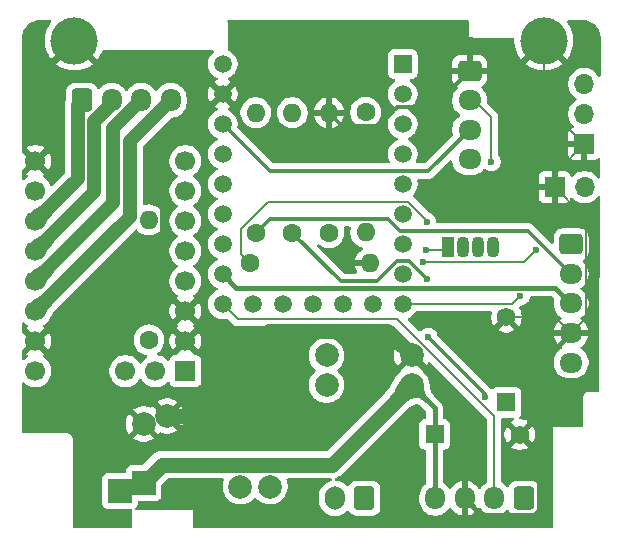
<source format=gbr>
%TF.GenerationSoftware,KiCad,Pcbnew,9.0.0*%
%TF.CreationDate,2025-05-04T10:31:08+10:00*%
%TF.ProjectId,A1_THB,41315f54-4842-42e6-9b69-6361645f7063,rev?*%
%TF.SameCoordinates,Original*%
%TF.FileFunction,Copper,L2,Bot*%
%TF.FilePolarity,Positive*%
%FSLAX46Y46*%
G04 Gerber Fmt 4.6, Leading zero omitted, Abs format (unit mm)*
G04 Created by KiCad (PCBNEW 9.0.0) date 2025-05-04 10:31:08*
%MOMM*%
%LPD*%
G01*
G04 APERTURE LIST*
G04 Aperture macros list*
%AMRoundRect*
0 Rectangle with rounded corners*
0 $1 Rounding radius*
0 $2 $3 $4 $5 $6 $7 $8 $9 X,Y pos of 4 corners*
0 Add a 4 corners polygon primitive as box body*
4,1,4,$2,$3,$4,$5,$6,$7,$8,$9,$2,$3,0*
0 Add four circle primitives for the rounded corners*
1,1,$1+$1,$2,$3*
1,1,$1+$1,$4,$5*
1,1,$1+$1,$6,$7*
1,1,$1+$1,$8,$9*
0 Add four rect primitives between the rounded corners*
20,1,$1+$1,$2,$3,$4,$5,0*
20,1,$1+$1,$4,$5,$6,$7,0*
20,1,$1+$1,$6,$7,$8,$9,0*
20,1,$1+$1,$8,$9,$2,$3,0*%
G04 Aperture macros list end*
%TA.AperFunction,ComponentPad*%
%ADD10O,1.700000X2.000000*%
%TD*%
%TA.AperFunction,ComponentPad*%
%ADD11RoundRect,0.250000X0.600000X0.750000X-0.600000X0.750000X-0.600000X-0.750000X0.600000X-0.750000X0*%
%TD*%
%TA.AperFunction,ComponentPad*%
%ADD12RoundRect,0.250000X0.600000X0.725000X-0.600000X0.725000X-0.600000X-0.725000X0.600000X-0.725000X0*%
%TD*%
%TA.AperFunction,ComponentPad*%
%ADD13O,1.700000X1.950000*%
%TD*%
%TA.AperFunction,ComponentPad*%
%ADD14O,1.950000X1.700000*%
%TD*%
%TA.AperFunction,ComponentPad*%
%ADD15RoundRect,0.250000X-0.725000X0.600000X-0.725000X-0.600000X0.725000X-0.600000X0.725000X0.600000X0*%
%TD*%
%TA.AperFunction,ComponentPad*%
%ADD16C,1.508000*%
%TD*%
%TA.AperFunction,ComponentPad*%
%ADD17R,1.508000X1.508000*%
%TD*%
%TA.AperFunction,ComponentPad*%
%ADD18C,4.000000*%
%TD*%
%TA.AperFunction,ComponentPad*%
%ADD19C,1.600000*%
%TD*%
%TA.AperFunction,ComponentPad*%
%ADD20O,1.600000X1.600000*%
%TD*%
%TA.AperFunction,ComponentPad*%
%ADD21R,1.070000X1.800000*%
%TD*%
%TA.AperFunction,ComponentPad*%
%ADD22O,1.070000X1.800000*%
%TD*%
%TA.AperFunction,ComponentPad*%
%ADD23R,1.590000X1.590000*%
%TD*%
%TA.AperFunction,ComponentPad*%
%ADD24C,1.590000*%
%TD*%
%TA.AperFunction,ComponentPad*%
%ADD25R,1.700000X1.700000*%
%TD*%
%TA.AperFunction,ComponentPad*%
%ADD26O,1.700000X1.700000*%
%TD*%
%TA.AperFunction,ComponentPad*%
%ADD27C,1.700000*%
%TD*%
%TA.AperFunction,ComponentPad*%
%ADD28R,2.000000X2.000000*%
%TD*%
%TA.AperFunction,ComponentPad*%
%ADD29C,2.000000*%
%TD*%
%TA.AperFunction,ComponentPad*%
%ADD30RoundRect,0.250000X-0.600000X-0.725000X0.600000X-0.725000X0.600000X0.725000X-0.600000X0.725000X0*%
%TD*%
%TA.AperFunction,ViaPad*%
%ADD31C,0.600000*%
%TD*%
%TA.AperFunction,Conductor*%
%ADD32C,0.200000*%
%TD*%
%TA.AperFunction,Conductor*%
%ADD33C,0.300000*%
%TD*%
%TA.AperFunction,Conductor*%
%ADD34C,0.400000*%
%TD*%
%TA.AperFunction,Conductor*%
%ADD35C,1.300000*%
%TD*%
%TA.AperFunction,Conductor*%
%ADD36C,1.200000*%
%TD*%
G04 APERTURE END LIST*
D10*
%TO.P,J1,2,Pin_2*%
%TO.N,/TH_SG*%
X86900000Y-91000000D03*
D11*
%TO.P,J1,1,Pin_1*%
%TO.N,+3V3*%
X89400000Y-91000000D03*
%TD*%
D12*
%TO.P,J9,1,Pin_1*%
%TO.N,Net-(J9-Pin_1)*%
X102900000Y-91000000D03*
D13*
%TO.P,J9,2,Pin_2*%
%TO.N,/PCF_SG*%
X100400000Y-91000000D03*
%TO.P,J9,3,Pin_3*%
%TO.N,GND*%
X97900000Y-91000000D03*
%TO.P,J9,4,Pin_4*%
%TO.N,+24V*%
X95400000Y-91000000D03*
%TD*%
D14*
%TO.P,J8,5,Pin_5*%
%TO.N,+5V*%
X106900000Y-79500000D03*
%TO.P,J8,4,Pin_4*%
%TO.N,GND*%
X106900000Y-77000000D03*
%TO.P,J8,3,Pin_3*%
%TO.N,/EXF_SG*%
X106900000Y-74500000D03*
%TO.P,J8,2,Pin_2*%
%TO.N,Net-(J8-Pin_2)*%
X106900000Y-72000000D03*
D15*
%TO.P,J8,1,Pin_1*%
%TO.N,unconnected-(J8-Pin_1-Pad1)*%
X106900000Y-69500000D03*
%TD*%
D16*
%TO.P,RPZERO1,23,5V*%
%TO.N,+5V*%
X77400000Y-54240000D03*
%TO.P,RPZERO1,22,GND*%
%TO.N,GND*%
X77400000Y-56780000D03*
%TO.P,RPZERO1,21,3V3*%
%TO.N,+3V3*%
X77400000Y-59320000D03*
%TO.P,RPZERO1,20,GP29*%
%TO.N,unconnected-(RPZERO1-GP29-Pad20)*%
X77400000Y-61860000D03*
%TO.P,RPZERO1,19,GP28*%
%TO.N,unconnected-(RPZERO1-GP28-Pad19)*%
X77400000Y-64400000D03*
%TO.P,RPZERO1,18,GP27*%
%TO.N,/M_DIR*%
X77400000Y-66940000D03*
%TO.P,RPZERO1,17,GP26*%
%TO.N,/M_STEP*%
X77400000Y-69480000D03*
%TO.P,RPZERO1,16,GP15*%
%TO.N,/EXF_SG*%
X77400000Y-72020000D03*
%TO.P,RPZERO1,15,GP14*%
%TO.N,/PCF_SG*%
X77400000Y-74560000D03*
%TO.P,RPZERO1,14,GP13*%
%TO.N,/M_EN*%
X79940000Y-74560000D03*
%TO.P,RPZERO1,13,GP12*%
%TO.N,unconnected-(RPZERO1-GP12-Pad13)*%
X82480000Y-74560000D03*
%TO.P,RPZERO1,12,GP11*%
%TO.N,unconnected-(RPZERO1-GP11-Pad12)*%
X85020000Y-74560000D03*
%TO.P,RPZERO1,11,GP10*%
%TO.N,unconnected-(RPZERO1-GP10-Pad11)*%
X87560000Y-74560000D03*
%TO.P,RPZERO1,10,GP9*%
%TO.N,/LED_TEST*%
X90100000Y-74560000D03*
%TO.P,RPZERO1,9,GP8*%
%TO.N,/BL_SV*%
X92640000Y-74560000D03*
%TO.P,RPZERO1,8,GP7*%
%TO.N,/BL_PR*%
X92640000Y-72020000D03*
%TO.P,RPZERO1,7,GP6*%
%TO.N,/SFS_ENC*%
X92640000Y-69480000D03*
%TO.P,RPZERO1,6,GP5*%
%TO.N,/SFS_SW*%
X92640000Y-66940000D03*
%TO.P,RPZERO1,5,GP4*%
%TO.N,Net-(RPZERO1-GP4)*%
X92640000Y-64400000D03*
%TO.P,RPZERO1,4,GP3*%
%TO.N,/M_UART*%
X92640000Y-61860000D03*
%TO.P,RPZERO1,3,GP2*%
%TO.N,/THM_SG*%
X92640000Y-59320000D03*
%TO.P,RPZERO1,2,GP1*%
%TO.N,unconnected-(RPZERO1-GP1-Pad2)*%
X92640000Y-56780000D03*
D17*
%TO.P,RPZERO1,1,GP0*%
%TO.N,unconnected-(RPZERO1-GP0-Pad1)*%
X92640000Y-54240000D03*
%TD*%
D18*
%TO.P,H2,1,1*%
%TO.N,GND*%
X104600000Y-52250000D03*
%TD*%
%TO.P,H1,1,1*%
%TO.N,GND*%
X64850000Y-52250000D03*
%TD*%
D19*
%TO.P,R3,1*%
%TO.N,Net-(D1-A)*%
X79720000Y-71100000D03*
D20*
%TO.P,R3,2*%
%TO.N,GND*%
X89880000Y-71100000D03*
%TD*%
D21*
%TO.P,D1,1,A*%
%TO.N,Net-(D1-A)*%
X96460000Y-69750000D03*
D22*
%TO.P,D1,2,RK*%
%TO.N,+5V*%
X97730000Y-69750000D03*
%TO.P,D1,3,GK*%
%TO.N,+3V3*%
X99000000Y-69750000D03*
%TO.P,D1,4,BK*%
%TO.N,/LED_TEST*%
X100270000Y-69750000D03*
%TD*%
D23*
%TO.P,D3,1,K*%
%TO.N,+5V*%
X101400000Y-82880000D03*
D24*
%TO.P,D3,2,A*%
%TO.N,GND*%
X101425400Y-75668000D03*
%TD*%
D23*
%TO.P,D2,1,K*%
%TO.N,+24V*%
X95333500Y-85574600D03*
D24*
%TO.P,D2,2,A*%
%TO.N,GND*%
X102545500Y-85600000D03*
%TD*%
D25*
%TO.P,J3,1,Pin_1*%
%TO.N,GND*%
X108000000Y-61000000D03*
D26*
%TO.P,J3,2,Pin_2*%
%TO.N,+5V*%
X108000000Y-58460000D03*
%TO.P,J3,3,Pin_3*%
%TO.N,/BL_SV*%
X108000000Y-55920000D03*
%TD*%
D25*
%TO.P,M1,1,ENABLE*%
%TO.N,/M_EN*%
X74240707Y-80230000D03*
D27*
%TO.P,M1,2,MS1*%
%TO.N,GND*%
X74240707Y-77690000D03*
%TO.P,M1,3,MS2*%
X74240707Y-75150000D03*
%TO.P,M1,4,PDN1*%
%TO.N,/M_UART*%
X74240707Y-72610000D03*
%TO.P,M1,5,PDN2*%
%TO.N,unconnected-(M1-PDN2-Pad5)*%
X74240707Y-70070000D03*
%TO.P,M1,6,CLK*%
%TO.N,unconnected-(M1-CLK-Pad6)*%
X74240707Y-67530000D03*
%TO.P,M1,7,STEP*%
%TO.N,/M_STEP*%
X74240707Y-64990000D03*
%TO.P,M1,8,DIR*%
%TO.N,/M_DIR*%
X74240707Y-62450000D03*
%TO.P,M1,9,GND*%
%TO.N,GND*%
X61540707Y-62450000D03*
%TO.P,M1,10,VDD*%
%TO.N,+3V3*%
X61540707Y-64990000D03*
%TO.P,M1,11,B2*%
%TO.N,/ExtruderDriver/B2*%
X61540707Y-67530000D03*
%TO.P,M1,12,B1*%
%TO.N,/ExtruderDriver/B1*%
X61540707Y-70070000D03*
%TO.P,M1,13,A1*%
%TO.N,/ExtruderDriver/A1*%
X61540707Y-72610000D03*
%TO.P,M1,14,A2*%
%TO.N,/ExtruderDriver/A2*%
X61540707Y-75150000D03*
%TO.P,M1,15,GND*%
%TO.N,GND*%
X61540707Y-77690000D03*
%TO.P,M1,16,VM*%
%TO.N,+24V*%
X61540707Y-80230000D03*
%TO.P,M1,17,INDEX*%
%TO.N,unconnected-(M1-INDEX-Pad17)*%
X71700707Y-80230000D03*
%TO.P,M1,18,DIAG*%
%TO.N,unconnected-(M1-DIAG-Pad18)*%
X69160707Y-80230000D03*
%TD*%
D25*
%TO.P,J4,1,Pin_1*%
%TO.N,GND*%
X105500000Y-64650000D03*
D26*
%TO.P,J4,2,Pin_2*%
%TO.N,/BL_PR*%
X108040000Y-64650000D03*
%TD*%
D19*
%TO.P,R2,1*%
%TO.N,/TH_SG*%
X86400000Y-68500000D03*
D20*
%TO.P,R2,2*%
%TO.N,GND*%
X86400000Y-58340000D03*
%TD*%
D19*
%TO.P,R6,1*%
%TO.N,/M_EN*%
X71150000Y-77580000D03*
D20*
%TO.P,R6,2*%
%TO.N,+3V3*%
X71150000Y-67420000D03*
%TD*%
D19*
%TO.P,R4,1*%
%TO.N,Net-(J9-Pin_1)*%
X83300000Y-68500000D03*
D20*
%TO.P,R4,2*%
%TO.N,/PCF_TACH*%
X83300000Y-58340000D03*
%TD*%
D28*
%TO.P,C2,1*%
%TO.N,+24V*%
X68700000Y-90372144D03*
X70700000Y-89700000D03*
D29*
%TO.P,C2,2*%
%TO.N,GND*%
X70700000Y-84700000D03*
X72700000Y-84027856D03*
%TD*%
%TO.P,J5,1,Pin_1*%
%TO.N,Net-(J5-Pin_1)*%
X81400707Y-90000000D03*
%TO.P,J5,2,Pin_2*%
%TO.N,Net-(J5-Pin_2)*%
X78886107Y-90000000D03*
%TD*%
%TO.P,J6,1,Pin_1*%
%TO.N,+24V*%
X93400000Y-81414600D03*
%TO.P,J6,2,Pin_2*%
%TO.N,GND*%
X93400000Y-78900000D03*
%TD*%
D19*
%TO.P,R5,1*%
%TO.N,Net-(J8-Pin_2)*%
X80200000Y-68500000D03*
D20*
%TO.P,R5,2*%
%TO.N,/EXF_TACH*%
X80200000Y-58340000D03*
%TD*%
D15*
%TO.P,J2,1,Pin_1*%
%TO.N,GND*%
X98300000Y-54800000D03*
D14*
%TO.P,J2,2,Pin_2*%
%TO.N,/SFS_ENC*%
X98300000Y-57300000D03*
%TO.P,J2,3,Pin_3*%
%TO.N,+3V3*%
X98300000Y-59800000D03*
%TO.P,J2,4,Pin_4*%
%TO.N,/SFS_SW*%
X98300000Y-62300000D03*
%TD*%
D19*
%TO.P,R1,1*%
%TO.N,/M_UART*%
X89500000Y-58320000D03*
D20*
%TO.P,R1,2*%
%TO.N,Net-(RPZERO1-GP4)*%
X89500000Y-68480000D03*
%TD*%
D30*
%TO.P,EXM1,1,Pin_1*%
%TO.N,/ExtruderDriver/B2*%
X65500000Y-57300000D03*
D13*
%TO.P,EXM1,2,Pin_2*%
%TO.N,/ExtruderDriver/B1*%
X68000000Y-57300000D03*
%TO.P,EXM1,3,Pin_3*%
%TO.N,/ExtruderDriver/A1*%
X70500000Y-57300000D03*
%TO.P,EXM1,4,Pin_4*%
%TO.N,/ExtruderDriver/A2*%
X73000000Y-57300000D03*
%TD*%
D29*
%TO.P,J7,1,Pin_1*%
%TO.N,Net-(J5-Pin_1)*%
X86200000Y-78900000D03*
%TO.P,J7,2,Pin_2*%
%TO.N,Net-(J5-Pin_2)*%
X86200000Y-81414600D03*
%TD*%
D31*
%TO.N,/BL_PR*%
X103965380Y-69984620D03*
X94400000Y-71000000D03*
%TO.N,/SFS_ENC*%
X100150000Y-62500000D03*
%TO.N,Net-(D1-A)*%
X94623000Y-70000000D03*
X94700000Y-67600000D03*
%TO.N,/BL_SV*%
X102600000Y-73875000D03*
%TO.N,Net-(J9-Pin_1)*%
X99644211Y-82455789D03*
X94800000Y-77350000D03*
X94700000Y-72450000D03*
%TO.N,GND*%
X71450000Y-62450000D03*
%TD*%
D32*
%TO.N,/BL_PR*%
X102950000Y-71000000D02*
X103965380Y-69984620D01*
X94400000Y-71000000D02*
X102950000Y-71000000D01*
%TO.N,/SFS_ENC*%
X98700000Y-57300000D02*
X98300000Y-57300000D01*
X100150000Y-58750000D02*
X98700000Y-57300000D01*
X100150000Y-62500000D02*
X100150000Y-58750000D01*
%TO.N,Net-(D1-A)*%
X96210000Y-70000000D02*
X96460000Y-69750000D01*
X94623000Y-70000000D02*
X96210000Y-70000000D01*
X94700000Y-67508004D02*
X94700000Y-67600000D01*
X93076996Y-65885000D02*
X94700000Y-67508004D01*
X78920001Y-68222949D02*
X81257950Y-65885000D01*
X81257950Y-65885000D02*
X93076996Y-65885000D01*
X78920001Y-70300001D02*
X78920001Y-68222949D01*
X79720000Y-71100000D02*
X78920001Y-70300001D01*
D33*
%TO.N,+3V3*%
X94805000Y-63295000D02*
X98300000Y-59800000D01*
X81375000Y-63295000D02*
X94805000Y-63295000D01*
X77400000Y-59320000D02*
X81375000Y-63295000D01*
%TO.N,GND*%
X95215000Y-57885000D02*
X98300000Y-54800000D01*
X87531000Y-59471000D02*
X90596294Y-59471000D01*
X86400000Y-58340000D02*
X87531000Y-59471000D01*
X90596294Y-59471000D02*
X92182294Y-57885000D01*
X92182294Y-57885000D02*
X95215000Y-57885000D01*
D32*
X104600000Y-57600000D02*
X108000000Y-61000000D01*
X104600000Y-52250000D02*
X104600000Y-57600000D01*
X105500000Y-63500000D02*
X108000000Y-61000000D01*
X105500000Y-64650000D02*
X105500000Y-63500000D01*
X108176000Y-67326000D02*
X105500000Y-64650000D01*
X108176000Y-75724000D02*
X108176000Y-67326000D01*
X106900000Y-77000000D02*
X108176000Y-75724000D01*
X101425400Y-75668000D02*
X105568000Y-75668000D01*
X105568000Y-75668000D02*
X106900000Y-77000000D01*
%TO.N,/BL_SV*%
X101915000Y-74560000D02*
X102600000Y-73875000D01*
X92640000Y-74560000D02*
X101915000Y-74560000D01*
D33*
%TO.N,Net-(J8-Pin_2)*%
X92425000Y-68375000D02*
X103275000Y-68375000D01*
X91379000Y-67329000D02*
X92425000Y-68375000D01*
X103275000Y-68375000D02*
X106900000Y-72000000D01*
X81371000Y-67329000D02*
X91379000Y-67329000D01*
X80200000Y-68500000D02*
X81371000Y-67329000D01*
%TO.N,Net-(J9-Pin_1)*%
X94800000Y-77350000D02*
X99644211Y-82194211D01*
X99644211Y-82194211D02*
X99644211Y-82455789D01*
X93165000Y-70915000D02*
X94700000Y-72450000D01*
X90473294Y-72624000D02*
X92182294Y-70915000D01*
X92182294Y-70915000D02*
X93165000Y-70915000D01*
X87424000Y-72624000D02*
X90473294Y-72624000D01*
X83300000Y-68500000D02*
X87424000Y-72624000D01*
D34*
%TO.N,/EXF_SG*%
X78555000Y-73175000D02*
X77400000Y-72020000D01*
X105575000Y-73175000D02*
X78555000Y-73175000D01*
X106900000Y-74500000D02*
X105575000Y-73175000D01*
%TO.N,GND*%
X99276000Y-92376000D02*
X97900000Y-91000000D01*
X104151000Y-92001580D02*
X103776580Y-92376000D01*
X103776580Y-92376000D02*
X99276000Y-92376000D01*
X104151000Y-87205500D02*
X104151000Y-92001580D01*
X102545500Y-85600000D02*
X104151000Y-87205500D01*
X103340499Y-84805001D02*
X102545500Y-85600000D01*
X103340499Y-80559501D02*
X103340499Y-84805001D01*
X106900000Y-77000000D02*
X103340499Y-80559501D01*
%TO.N,+24V*%
X95333500Y-90933500D02*
X95400000Y-91000000D01*
X95333500Y-85574600D02*
X95333500Y-90933500D01*
X95333500Y-83348100D02*
X95333500Y-85574600D01*
X93400000Y-81414600D02*
X95333500Y-83348100D01*
%TO.N,GND*%
X93503110Y-78900000D02*
X97900000Y-83296890D01*
X93400000Y-78900000D02*
X93503110Y-78900000D01*
X97900000Y-83296890D02*
X97900000Y-91000000D01*
D32*
%TO.N,/PCF_SG*%
X92188892Y-75849000D02*
X100400000Y-84060108D01*
X78689000Y-75849000D02*
X92188892Y-75849000D01*
X100400000Y-84060108D02*
X100400000Y-91000000D01*
X77400000Y-74560000D02*
X78689000Y-75849000D01*
D33*
%TO.N,GND*%
X72301000Y-63301000D02*
X72301000Y-73210293D01*
X72301000Y-73210293D02*
X74240707Y-75150000D01*
X71450000Y-62450000D02*
X72301000Y-63301000D01*
D35*
%TO.N,+24V*%
X72251000Y-88149000D02*
X86665600Y-88149000D01*
X86665600Y-88149000D02*
X93400000Y-81414600D01*
X70700000Y-89700000D02*
X72251000Y-88149000D01*
%TO.N,GND*%
X81342069Y-76800000D02*
X91300000Y-76800000D01*
X74114213Y-84027856D02*
X81342069Y-76800000D01*
X91300000Y-76800000D02*
X93400000Y-78900000D01*
X72700000Y-84027856D02*
X74114213Y-84027856D01*
D36*
%TO.N,/ExtruderDriver/B2*%
X65141266Y-57658734D02*
X65141266Y-63929441D01*
X65141266Y-63929441D02*
X61540707Y-67530000D01*
X65500000Y-57300000D02*
X65141266Y-57658734D01*
%TO.N,/ExtruderDriver/B1*%
X68000000Y-57618266D02*
X68000000Y-57300000D01*
X66542266Y-65068441D02*
X66542266Y-59076000D01*
X61540707Y-70070000D02*
X66542266Y-65068441D01*
X66542266Y-59076000D02*
X68000000Y-57618266D01*
%TO.N,/ExtruderDriver/A1*%
X68148000Y-66002707D02*
X61540707Y-72610000D01*
X68148000Y-59652000D02*
X68148000Y-66002707D01*
X70500000Y-57300000D02*
X68148000Y-59652000D01*
%TO.N,/ExtruderDriver/A2*%
X69549000Y-60751000D02*
X73000000Y-57300000D01*
X61540707Y-75150000D02*
X69549000Y-67141707D01*
X69549000Y-67141707D02*
X69549000Y-60751000D01*
%TD*%
%TA.AperFunction,Conductor*%
%TO.N,GND*%
G36*
X98193039Y-50520185D02*
G01*
X98238794Y-50572989D01*
X98250000Y-50624500D01*
X98250000Y-51949998D01*
X98250000Y-51950000D01*
X98535228Y-51946865D01*
X98551126Y-51951016D01*
X98565608Y-51950301D01*
X98598144Y-51963294D01*
X98598397Y-51963360D01*
X98605476Y-51967447D01*
X98605532Y-51967462D01*
X98605583Y-51967491D01*
X98605610Y-51967503D01*
X98605612Y-51967503D01*
X98605613Y-51967504D01*
X98665728Y-51983592D01*
X98669113Y-51984498D01*
X98669149Y-51984508D01*
X98694446Y-51991286D01*
X98732770Y-52001555D01*
X98732772Y-52001555D01*
X98732911Y-52001573D01*
X98732913Y-52001572D01*
X98732917Y-52001574D01*
X98797811Y-52001555D01*
X98864554Y-52001555D01*
X98872653Y-52001555D01*
X98872977Y-52001532D01*
X101975968Y-52000624D01*
X102043009Y-52020288D01*
X102088779Y-52073078D01*
X102100000Y-52124623D01*
X102100000Y-52390401D01*
X102131437Y-52669412D01*
X102131439Y-52669424D01*
X102193921Y-52943178D01*
X102193922Y-52943180D01*
X102286662Y-53208217D01*
X102408492Y-53461200D01*
X102557884Y-53698956D01*
X102664187Y-53832257D01*
X103922420Y-52574023D01*
X103935359Y-52605258D01*
X104017437Y-52728097D01*
X104121903Y-52832563D01*
X104244742Y-52914641D01*
X104275975Y-52927578D01*
X103017741Y-54185810D01*
X103017741Y-54185811D01*
X103151043Y-54292115D01*
X103388799Y-54441507D01*
X103641782Y-54563337D01*
X103906819Y-54656077D01*
X103906821Y-54656078D01*
X104180575Y-54718560D01*
X104180587Y-54718562D01*
X104459598Y-54749999D01*
X104459600Y-54750000D01*
X104740400Y-54750000D01*
X104740401Y-54749999D01*
X105019412Y-54718562D01*
X105019424Y-54718560D01*
X105293178Y-54656078D01*
X105293180Y-54656077D01*
X105558217Y-54563337D01*
X105811200Y-54441507D01*
X106048956Y-54292116D01*
X106182257Y-54185810D01*
X104924024Y-52927578D01*
X104955258Y-52914641D01*
X105078097Y-52832563D01*
X105182563Y-52728097D01*
X105264641Y-52605258D01*
X105277578Y-52574025D01*
X106535810Y-53832257D01*
X106642116Y-53698956D01*
X106791507Y-53461200D01*
X106913337Y-53208217D01*
X107006077Y-52943180D01*
X107006078Y-52943178D01*
X107068560Y-52669424D01*
X107068562Y-52669412D01*
X107099999Y-52390401D01*
X107100000Y-52390399D01*
X107100000Y-52109600D01*
X107099999Y-52109598D01*
X107068562Y-51830587D01*
X107068560Y-51830575D01*
X107006078Y-51556821D01*
X107006077Y-51556819D01*
X106913337Y-51291782D01*
X106791507Y-51038799D01*
X106642115Y-50801043D01*
X106562982Y-50701813D01*
X106536574Y-50637126D01*
X106549329Y-50568431D01*
X106597200Y-50517537D01*
X106659929Y-50500500D01*
X107834108Y-50500500D01*
X107895572Y-50500500D01*
X107904418Y-50500816D01*
X108104561Y-50515130D01*
X108122063Y-50517647D01*
X108313797Y-50559355D01*
X108330755Y-50564334D01*
X108514609Y-50632909D01*
X108530701Y-50640259D01*
X108702904Y-50734288D01*
X108717784Y-50743849D01*
X108794185Y-50801043D01*
X108874867Y-50861441D01*
X108888237Y-50873027D01*
X109026972Y-51011762D01*
X109038558Y-51025132D01*
X109156146Y-51182210D01*
X109165711Y-51197095D01*
X109259740Y-51369298D01*
X109267090Y-51385390D01*
X109335662Y-51569236D01*
X109340646Y-51586212D01*
X109382351Y-51777931D01*
X109384869Y-51795442D01*
X109392465Y-51901645D01*
X109398326Y-51983592D01*
X109399184Y-51995580D01*
X109399500Y-52004427D01*
X109399500Y-55175444D01*
X109379815Y-55242483D01*
X109327011Y-55288238D01*
X109257853Y-55298182D01*
X109194297Y-55269157D01*
X109165016Y-55231740D01*
X109155050Y-55212182D01*
X109030109Y-55040213D01*
X108879786Y-54889890D01*
X108707820Y-54764951D01*
X108518414Y-54668444D01*
X108518413Y-54668443D01*
X108518412Y-54668443D01*
X108316243Y-54602754D01*
X108316241Y-54602753D01*
X108316240Y-54602753D01*
X108154957Y-54577208D01*
X108106287Y-54569500D01*
X107893713Y-54569500D01*
X107845042Y-54577208D01*
X107683760Y-54602753D01*
X107683757Y-54602754D01*
X107519647Y-54656077D01*
X107481585Y-54668444D01*
X107292179Y-54764951D01*
X107120213Y-54889890D01*
X106969890Y-55040213D01*
X106844951Y-55212179D01*
X106748444Y-55401585D01*
X106682753Y-55603760D01*
X106649500Y-55813713D01*
X106649500Y-56026286D01*
X106680135Y-56219712D01*
X106682754Y-56236243D01*
X106743176Y-56422203D01*
X106748444Y-56438414D01*
X106844951Y-56627820D01*
X106969890Y-56799786D01*
X107120213Y-56950109D01*
X107292182Y-57075050D01*
X107300946Y-57079516D01*
X107351742Y-57127491D01*
X107368536Y-57195312D01*
X107345998Y-57261447D01*
X107300946Y-57300484D01*
X107292182Y-57304949D01*
X107120213Y-57429890D01*
X106969890Y-57580213D01*
X106844951Y-57752179D01*
X106748444Y-57941585D01*
X106682753Y-58143760D01*
X106649500Y-58353713D01*
X106649500Y-58566286D01*
X106681748Y-58769896D01*
X106682754Y-58776243D01*
X106729531Y-58920208D01*
X106748444Y-58978414D01*
X106844951Y-59167820D01*
X106969890Y-59339786D01*
X107083818Y-59453714D01*
X107117303Y-59515037D01*
X107112319Y-59584729D01*
X107070447Y-59640662D01*
X107039471Y-59657577D01*
X106907912Y-59706646D01*
X106907906Y-59706649D01*
X106792812Y-59792809D01*
X106792809Y-59792812D01*
X106706649Y-59907906D01*
X106706645Y-59907913D01*
X106656403Y-60042620D01*
X106656401Y-60042627D01*
X106650000Y-60102155D01*
X106650000Y-60750000D01*
X107566988Y-60750000D01*
X107534075Y-60807007D01*
X107500000Y-60934174D01*
X107500000Y-61065826D01*
X107534075Y-61192993D01*
X107566988Y-61250000D01*
X106650000Y-61250000D01*
X106650000Y-61897844D01*
X106656401Y-61957372D01*
X106656403Y-61957379D01*
X106706645Y-62092086D01*
X106706649Y-62092093D01*
X106792809Y-62207187D01*
X106792812Y-62207190D01*
X106907906Y-62293350D01*
X106907913Y-62293354D01*
X107042620Y-62343596D01*
X107042627Y-62343598D01*
X107102155Y-62349999D01*
X107102172Y-62350000D01*
X107750000Y-62350000D01*
X107750000Y-61433012D01*
X107807007Y-61465925D01*
X107934174Y-61500000D01*
X108065826Y-61500000D01*
X108192993Y-61465925D01*
X108250000Y-61433012D01*
X108250000Y-62350000D01*
X108897828Y-62350000D01*
X108897844Y-62349999D01*
X108957372Y-62343598D01*
X108957379Y-62343596D01*
X109092086Y-62293354D01*
X109092089Y-62293352D01*
X109183189Y-62225155D01*
X109248654Y-62200737D01*
X109316927Y-62215588D01*
X109366333Y-62264993D01*
X109381498Y-62325248D01*
X109371636Y-63804430D01*
X109351505Y-63871336D01*
X109298397Y-63916738D01*
X109229174Y-63926220D01*
X109165813Y-63896772D01*
X109147320Y-63876488D01*
X109143671Y-63871466D01*
X109070104Y-63770208D01*
X108919792Y-63619896D01*
X108919786Y-63619890D01*
X108747820Y-63494951D01*
X108558414Y-63398444D01*
X108558413Y-63398443D01*
X108558412Y-63398443D01*
X108356243Y-63332754D01*
X108356241Y-63332753D01*
X108356240Y-63332753D01*
X108194957Y-63307208D01*
X108146287Y-63299500D01*
X107933713Y-63299500D01*
X107885042Y-63307208D01*
X107723760Y-63332753D01*
X107521585Y-63398444D01*
X107332179Y-63494951D01*
X107160215Y-63619889D01*
X107046285Y-63733819D01*
X106984962Y-63767303D01*
X106915270Y-63762319D01*
X106859337Y-63720447D01*
X106842422Y-63689470D01*
X106793354Y-63557913D01*
X106793350Y-63557906D01*
X106707190Y-63442812D01*
X106707187Y-63442809D01*
X106592093Y-63356649D01*
X106592086Y-63356645D01*
X106457379Y-63306403D01*
X106457372Y-63306401D01*
X106397844Y-63300000D01*
X105750000Y-63300000D01*
X105750000Y-64216988D01*
X105692993Y-64184075D01*
X105565826Y-64150000D01*
X105434174Y-64150000D01*
X105307007Y-64184075D01*
X105250000Y-64216988D01*
X105250000Y-63300000D01*
X104602155Y-63300000D01*
X104542627Y-63306401D01*
X104542620Y-63306403D01*
X104407913Y-63356645D01*
X104407906Y-63356649D01*
X104292812Y-63442809D01*
X104292809Y-63442812D01*
X104206649Y-63557906D01*
X104206645Y-63557913D01*
X104156403Y-63692620D01*
X104156401Y-63692627D01*
X104150000Y-63752155D01*
X104150000Y-64400000D01*
X105066988Y-64400000D01*
X105034075Y-64457007D01*
X105000000Y-64584174D01*
X105000000Y-64715826D01*
X105034075Y-64842993D01*
X105066988Y-64900000D01*
X104150000Y-64900000D01*
X104150000Y-65547844D01*
X104156401Y-65607372D01*
X104156403Y-65607379D01*
X104206645Y-65742086D01*
X104206649Y-65742093D01*
X104292809Y-65857187D01*
X104292812Y-65857190D01*
X104407906Y-65943350D01*
X104407913Y-65943354D01*
X104542620Y-65993596D01*
X104542627Y-65993598D01*
X104602155Y-65999999D01*
X104602172Y-66000000D01*
X105250000Y-66000000D01*
X105250000Y-65083012D01*
X105307007Y-65115925D01*
X105434174Y-65150000D01*
X105565826Y-65150000D01*
X105692993Y-65115925D01*
X105750000Y-65083012D01*
X105750000Y-66000000D01*
X106397828Y-66000000D01*
X106397844Y-65999999D01*
X106457372Y-65993598D01*
X106457379Y-65993596D01*
X106592086Y-65943354D01*
X106592093Y-65943350D01*
X106707187Y-65857190D01*
X106707190Y-65857187D01*
X106793350Y-65742093D01*
X106793354Y-65742086D01*
X106842422Y-65610529D01*
X106884293Y-65554595D01*
X106949757Y-65530178D01*
X107018030Y-65545030D01*
X107046285Y-65566181D01*
X107160213Y-65680109D01*
X107332179Y-65805048D01*
X107332181Y-65805049D01*
X107332184Y-65805051D01*
X107521588Y-65901557D01*
X107723757Y-65967246D01*
X107933713Y-66000500D01*
X107933714Y-66000500D01*
X108146286Y-66000500D01*
X108146287Y-66000500D01*
X108356243Y-65967246D01*
X108558412Y-65901557D01*
X108747816Y-65805051D01*
X108769789Y-65789086D01*
X108919786Y-65680109D01*
X108919788Y-65680106D01*
X108919792Y-65680104D01*
X109070104Y-65529792D01*
X109074782Y-65523354D01*
X109135930Y-65439189D01*
X109191259Y-65396522D01*
X109260873Y-65390542D01*
X109322668Y-65423148D01*
X109357026Y-65483986D01*
X109360246Y-65512900D01*
X109268486Y-79277131D01*
X109251994Y-81750987D01*
X109251158Y-81876327D01*
X109231027Y-81943233D01*
X109177919Y-81988635D01*
X109127161Y-81999500D01*
X108465892Y-81999500D01*
X108334108Y-81999500D01*
X108206814Y-82033608D01*
X108206813Y-82033608D01*
X108206811Y-82033609D01*
X108206810Y-82033609D01*
X108092683Y-82099500D01*
X108081275Y-82110908D01*
X108081255Y-82110930D01*
X108045854Y-82146331D01*
X108000000Y-82150000D01*
X108000727Y-82191458D01*
X107999500Y-82192686D01*
X107977608Y-82230603D01*
X107977600Y-82230613D01*
X107933610Y-82306806D01*
X107933609Y-82306811D01*
X107899500Y-82434108D01*
X107899500Y-84875500D01*
X107879815Y-84942539D01*
X107827011Y-84988294D01*
X107775500Y-84999500D01*
X105829813Y-84999500D01*
X105822184Y-85000000D01*
X105400000Y-85000000D01*
X105400000Y-85422185D01*
X105399500Y-85429815D01*
X105399500Y-93375500D01*
X105379815Y-93442539D01*
X105327011Y-93488294D01*
X105275500Y-93499500D01*
X75024500Y-93499500D01*
X74957461Y-93479815D01*
X74911706Y-93427011D01*
X74900500Y-93375500D01*
X74900500Y-92434110D01*
X74900500Y-92434108D01*
X74866392Y-92306814D01*
X74866388Y-92306807D01*
X74863281Y-92299304D01*
X74864375Y-92298850D01*
X74850000Y-92245196D01*
X74850000Y-92000000D01*
X74477816Y-92000000D01*
X74470187Y-91999500D01*
X74465892Y-91999500D01*
X70266991Y-91999500D01*
X70135207Y-91999500D01*
X70130912Y-91999500D01*
X70123283Y-92000000D01*
X70069015Y-92000000D01*
X70001976Y-91980315D01*
X69956221Y-91927511D01*
X69946277Y-91858353D01*
X69975302Y-91794797D01*
X69994700Y-91776735D01*
X70057546Y-91729690D01*
X70143796Y-91614475D01*
X70194091Y-91479627D01*
X70200500Y-91420017D01*
X70200500Y-91324499D01*
X70220185Y-91257460D01*
X70272989Y-91211705D01*
X70324500Y-91200499D01*
X71747871Y-91200499D01*
X71747872Y-91200499D01*
X71807483Y-91194091D01*
X71942331Y-91143796D01*
X72057546Y-91057546D01*
X72143796Y-90942331D01*
X72194091Y-90807483D01*
X72200500Y-90747873D01*
X72200499Y-89877914D01*
X72220183Y-89810876D01*
X72236818Y-89790234D01*
X72691234Y-89335819D01*
X72752557Y-89302334D01*
X72778915Y-89299500D01*
X77365323Y-89299500D01*
X77432362Y-89319185D01*
X77478117Y-89371989D01*
X77488061Y-89441147D01*
X77483255Y-89461812D01*
X77467598Y-89510001D01*
X77422553Y-89648631D01*
X77385607Y-89881902D01*
X77385607Y-90118097D01*
X77422553Y-90351368D01*
X77495540Y-90575996D01*
X77562975Y-90708343D01*
X77602764Y-90786433D01*
X77741590Y-90977510D01*
X77908597Y-91144517D01*
X78099674Y-91283343D01*
X78180447Y-91324499D01*
X78310110Y-91390566D01*
X78310112Y-91390566D01*
X78310115Y-91390568D01*
X78400759Y-91420020D01*
X78534738Y-91463553D01*
X78768010Y-91500500D01*
X78768015Y-91500500D01*
X79004204Y-91500500D01*
X79237475Y-91463553D01*
X79301869Y-91442630D01*
X79462099Y-91390568D01*
X79672540Y-91283343D01*
X79863617Y-91144517D01*
X80030624Y-90977510D01*
X80043089Y-90960352D01*
X80098418Y-90917687D01*
X80168031Y-90911708D01*
X80229826Y-90944313D01*
X80243722Y-90960349D01*
X80256190Y-90977510D01*
X80423197Y-91144517D01*
X80614274Y-91283343D01*
X80695047Y-91324499D01*
X80824710Y-91390566D01*
X80824712Y-91390566D01*
X80824715Y-91390568D01*
X80915359Y-91420020D01*
X81049338Y-91463553D01*
X81282610Y-91500500D01*
X81282615Y-91500500D01*
X81518804Y-91500500D01*
X81752075Y-91463553D01*
X81816469Y-91442630D01*
X81976699Y-91390568D01*
X82187140Y-91283343D01*
X82378217Y-91144517D01*
X82545224Y-90977510D01*
X82684050Y-90786433D01*
X82791275Y-90575992D01*
X82864260Y-90351368D01*
X82884278Y-90224981D01*
X82901207Y-90118097D01*
X82901207Y-89881902D01*
X82864260Y-89648631D01*
X82827339Y-89535001D01*
X82803559Y-89461817D01*
X82801565Y-89391978D01*
X82837645Y-89332145D01*
X82900346Y-89301316D01*
X82921491Y-89299500D01*
X86518735Y-89299500D01*
X86585774Y-89319185D01*
X86631529Y-89371989D01*
X86641473Y-89441147D01*
X86612448Y-89504703D01*
X86557053Y-89541430D01*
X86406997Y-89590187D01*
X86381585Y-89598444D01*
X86192179Y-89694951D01*
X86020213Y-89819890D01*
X85869890Y-89970213D01*
X85744951Y-90142179D01*
X85648444Y-90331585D01*
X85582753Y-90533760D01*
X85549500Y-90743713D01*
X85549500Y-91256286D01*
X85578793Y-91441239D01*
X85582754Y-91466243D01*
X85585599Y-91475000D01*
X85648444Y-91668414D01*
X85744951Y-91857820D01*
X85869890Y-92029786D01*
X86020213Y-92180109D01*
X86192179Y-92305048D01*
X86192181Y-92305049D01*
X86192184Y-92305051D01*
X86381588Y-92401557D01*
X86583757Y-92467246D01*
X86793713Y-92500500D01*
X86793714Y-92500500D01*
X87006286Y-92500500D01*
X87006287Y-92500500D01*
X87216243Y-92467246D01*
X87418412Y-92401557D01*
X87607816Y-92305051D01*
X87779792Y-92180104D01*
X87918604Y-92041291D01*
X87979923Y-92007809D01*
X88049615Y-92012793D01*
X88105549Y-92054664D01*
X88111821Y-92063878D01*
X88115185Y-92069333D01*
X88115186Y-92069334D01*
X88207288Y-92218656D01*
X88331344Y-92342712D01*
X88480666Y-92434814D01*
X88647203Y-92489999D01*
X88749991Y-92500500D01*
X90050008Y-92500499D01*
X90152797Y-92489999D01*
X90319334Y-92434814D01*
X90468656Y-92342712D01*
X90592712Y-92218656D01*
X90684814Y-92069334D01*
X90739999Y-91902797D01*
X90750500Y-91800009D01*
X90750499Y-90199992D01*
X90748074Y-90176257D01*
X90739999Y-90097203D01*
X90739998Y-90097200D01*
X90684814Y-89930666D01*
X90592712Y-89781344D01*
X90468656Y-89657288D01*
X90359864Y-89590185D01*
X90319336Y-89565187D01*
X90319331Y-89565185D01*
X90298375Y-89558241D01*
X90152797Y-89510001D01*
X90152795Y-89510000D01*
X90050010Y-89499500D01*
X88749998Y-89499500D01*
X88749981Y-89499501D01*
X88647203Y-89510000D01*
X88647200Y-89510001D01*
X88480668Y-89565185D01*
X88480663Y-89565187D01*
X88331342Y-89657289D01*
X88207289Y-89781342D01*
X88111821Y-89936121D01*
X88059873Y-89982845D01*
X87990910Y-89994068D01*
X87926828Y-89966224D01*
X87918601Y-89958705D01*
X87779786Y-89819890D01*
X87607820Y-89694951D01*
X87418414Y-89598444D01*
X87418413Y-89598443D01*
X87418412Y-89598443D01*
X87216243Y-89532754D01*
X87216241Y-89532753D01*
X87216240Y-89532753D01*
X87006277Y-89499498D01*
X87004658Y-89499371D01*
X87004079Y-89499150D01*
X87001475Y-89498738D01*
X87001561Y-89498190D01*
X86939373Y-89474479D01*
X86897910Y-89418242D01*
X86893433Y-89348516D01*
X86927363Y-89287438D01*
X86976086Y-89257824D01*
X87107239Y-89215211D01*
X87268594Y-89132996D01*
X87318130Y-89097006D01*
X87415101Y-89026553D01*
X87543153Y-88898501D01*
X87543154Y-88898499D01*
X87550214Y-88891439D01*
X87550220Y-88891432D01*
X92784922Y-83656729D01*
X92800176Y-83643763D01*
X92817860Y-83631042D01*
X92983048Y-83472003D01*
X92987384Y-83468025D01*
X93119315Y-83352683D01*
X93124884Y-83348093D01*
X93223662Y-83271431D01*
X93229876Y-83266911D01*
X93311736Y-83211153D01*
X93320112Y-83205925D01*
X93578772Y-83058465D01*
X93579959Y-83057797D01*
X93672817Y-83006332D01*
X93740994Y-82991052D01*
X93751434Y-82992178D01*
X93831482Y-83004265D01*
X93842717Y-83006497D01*
X93894198Y-83019223D01*
X93907169Y-83023194D01*
X93947018Y-83037825D01*
X93961217Y-83044075D01*
X94003783Y-83066090D01*
X94016299Y-83073526D01*
X94077818Y-83115146D01*
X94087232Y-83122188D01*
X94175684Y-83195139D01*
X94182129Y-83200841D01*
X94303036Y-83315541D01*
X94303052Y-83315556D01*
X94342362Y-83349489D01*
X94354385Y-83359642D01*
X94596681Y-83601938D01*
X94630166Y-83663261D01*
X94633000Y-83689619D01*
X94633000Y-84155100D01*
X94613315Y-84222139D01*
X94560511Y-84267894D01*
X94509006Y-84279100D01*
X94490632Y-84279100D01*
X94490623Y-84279101D01*
X94431016Y-84285508D01*
X94296171Y-84335802D01*
X94296164Y-84335806D01*
X94180955Y-84422052D01*
X94180952Y-84422055D01*
X94094706Y-84537264D01*
X94094702Y-84537271D01*
X94044408Y-84672117D01*
X94041411Y-84700000D01*
X94038001Y-84731723D01*
X94038000Y-84731735D01*
X94038000Y-86417470D01*
X94038001Y-86417476D01*
X94044408Y-86477083D01*
X94094702Y-86611928D01*
X94094706Y-86611935D01*
X94180952Y-86727144D01*
X94180955Y-86727147D01*
X94296164Y-86813393D01*
X94296171Y-86813397D01*
X94341118Y-86830161D01*
X94431017Y-86863691D01*
X94490627Y-86870100D01*
X94508996Y-86870099D01*
X94576035Y-86889780D01*
X94621792Y-86942582D01*
X94633000Y-86994099D01*
X94633000Y-89699767D01*
X94613315Y-89766806D01*
X94581885Y-89800085D01*
X94520211Y-89844893D01*
X94520205Y-89844898D01*
X94369890Y-89995213D01*
X94244951Y-90167179D01*
X94148444Y-90356585D01*
X94082753Y-90558760D01*
X94073069Y-90619905D01*
X94049500Y-90768713D01*
X94049500Y-91231287D01*
X94057745Y-91283342D01*
X94079392Y-91420020D01*
X94082754Y-91441243D01*
X94093722Y-91475000D01*
X94148444Y-91643414D01*
X94244951Y-91832820D01*
X94369890Y-92004786D01*
X94520213Y-92155109D01*
X94692179Y-92280048D01*
X94692181Y-92280049D01*
X94692184Y-92280051D01*
X94881588Y-92376557D01*
X95083757Y-92442246D01*
X95293713Y-92475500D01*
X95293714Y-92475500D01*
X95506286Y-92475500D01*
X95506287Y-92475500D01*
X95716243Y-92442246D01*
X95918412Y-92376557D01*
X96107816Y-92280051D01*
X96129789Y-92264086D01*
X96279786Y-92155109D01*
X96279788Y-92155106D01*
X96279792Y-92155104D01*
X96430104Y-92004792D01*
X96549991Y-91839779D01*
X96605320Y-91797115D01*
X96674933Y-91791136D01*
X96736729Y-91823741D01*
X96750627Y-91839781D01*
X96870272Y-92004459D01*
X96870276Y-92004464D01*
X97020535Y-92154723D01*
X97020540Y-92154727D01*
X97192442Y-92279620D01*
X97381782Y-92376095D01*
X97583871Y-92441757D01*
X97650000Y-92452231D01*
X97650000Y-91404145D01*
X97716657Y-91442630D01*
X97837465Y-91475000D01*
X97962535Y-91475000D01*
X98083343Y-91442630D01*
X98150000Y-91404145D01*
X98150000Y-92452230D01*
X98216126Y-92441757D01*
X98216129Y-92441757D01*
X98418217Y-92376095D01*
X98607557Y-92279620D01*
X98779459Y-92154727D01*
X98779464Y-92154723D01*
X98929721Y-92004466D01*
X99049371Y-91839781D01*
X99104701Y-91797115D01*
X99174314Y-91791136D01*
X99236110Y-91823741D01*
X99250008Y-91839781D01*
X99369890Y-92004785D01*
X99369894Y-92004790D01*
X99520213Y-92155109D01*
X99692179Y-92280048D01*
X99692181Y-92280049D01*
X99692184Y-92280051D01*
X99881588Y-92376557D01*
X100083757Y-92442246D01*
X100293713Y-92475500D01*
X100293714Y-92475500D01*
X100506286Y-92475500D01*
X100506287Y-92475500D01*
X100716243Y-92442246D01*
X100918412Y-92376557D01*
X101107816Y-92280051D01*
X101226729Y-92193656D01*
X101279784Y-92155110D01*
X101279784Y-92155109D01*
X101279792Y-92155104D01*
X101418604Y-92016291D01*
X101479923Y-91982809D01*
X101549615Y-91987793D01*
X101605549Y-92029664D01*
X101611821Y-92038878D01*
X101615185Y-92044333D01*
X101615186Y-92044334D01*
X101707288Y-92193656D01*
X101831344Y-92317712D01*
X101980666Y-92409814D01*
X102147203Y-92464999D01*
X102249991Y-92475500D01*
X103550008Y-92475499D01*
X103652797Y-92464999D01*
X103819334Y-92409814D01*
X103968656Y-92317712D01*
X104092712Y-92193656D01*
X104184814Y-92044334D01*
X104239999Y-91877797D01*
X104250500Y-91775009D01*
X104250499Y-90224992D01*
X104248851Y-90208863D01*
X104239999Y-90122203D01*
X104239998Y-90122200D01*
X104202104Y-90007845D01*
X104184814Y-89955666D01*
X104092712Y-89806344D01*
X103968656Y-89682288D01*
X103845540Y-89606350D01*
X103819336Y-89590187D01*
X103819331Y-89590185D01*
X103816603Y-89589281D01*
X103652797Y-89535001D01*
X103652795Y-89535000D01*
X103550010Y-89524500D01*
X102249998Y-89524500D01*
X102249981Y-89524501D01*
X102147203Y-89535000D01*
X102147200Y-89535001D01*
X101980668Y-89590185D01*
X101980663Y-89590187D01*
X101831342Y-89682289D01*
X101707289Y-89806342D01*
X101611821Y-89961121D01*
X101559873Y-90007845D01*
X101490910Y-90019068D01*
X101426828Y-89991224D01*
X101418601Y-89983705D01*
X101279786Y-89844890D01*
X101107815Y-89719948D01*
X101107814Y-89719947D01*
X101068205Y-89699765D01*
X101017409Y-89651791D01*
X101000500Y-89589281D01*
X101000500Y-84299499D01*
X101020185Y-84232460D01*
X101072989Y-84186705D01*
X101124500Y-84175499D01*
X101972262Y-84175499D01*
X102039301Y-84195184D01*
X102085056Y-84247988D01*
X102095000Y-84317146D01*
X102065975Y-84380702D01*
X102028557Y-84409984D01*
X101866773Y-84492416D01*
X101823158Y-84524104D01*
X102391596Y-85092542D01*
X102340928Y-85106119D01*
X102220073Y-85175895D01*
X102121395Y-85274573D01*
X102051619Y-85395428D01*
X102038042Y-85446096D01*
X101469604Y-84877658D01*
X101437916Y-84921273D01*
X101345376Y-85102892D01*
X101345375Y-85102895D01*
X101282388Y-85296749D01*
X101282388Y-85296752D01*
X101250500Y-85498082D01*
X101250500Y-85701917D01*
X101282388Y-85903247D01*
X101282388Y-85903250D01*
X101345375Y-86097104D01*
X101345377Y-86097107D01*
X101437917Y-86278728D01*
X101469604Y-86322340D01*
X101469605Y-86322341D01*
X102038042Y-85753903D01*
X102051619Y-85804572D01*
X102121395Y-85925427D01*
X102220073Y-86024105D01*
X102340928Y-86093881D01*
X102391595Y-86107457D01*
X101823157Y-86675894D01*
X101823158Y-86675895D01*
X101866766Y-86707578D01*
X101866779Y-86707586D01*
X102048392Y-86800122D01*
X102048395Y-86800124D01*
X102242251Y-86863111D01*
X102443582Y-86895000D01*
X102647418Y-86895000D01*
X102848747Y-86863111D01*
X102848750Y-86863111D01*
X103042604Y-86800124D01*
X103042607Y-86800122D01*
X103224228Y-86707582D01*
X103267840Y-86675895D01*
X103267840Y-86675894D01*
X102699403Y-86107457D01*
X102750072Y-86093881D01*
X102870927Y-86024105D01*
X102969605Y-85925427D01*
X103039381Y-85804572D01*
X103052957Y-85753903D01*
X103621394Y-86322340D01*
X103621395Y-86322340D01*
X103653082Y-86278728D01*
X103745622Y-86097107D01*
X103745624Y-86097104D01*
X103808611Y-85903250D01*
X103808611Y-85903247D01*
X103840500Y-85701917D01*
X103840500Y-85498082D01*
X103808611Y-85296752D01*
X103808611Y-85296749D01*
X103745624Y-85102895D01*
X103745622Y-85102892D01*
X103653086Y-84921279D01*
X103653078Y-84921266D01*
X103621395Y-84877658D01*
X103621394Y-84877657D01*
X103052957Y-85446095D01*
X103039381Y-85395428D01*
X102969605Y-85274573D01*
X102870927Y-85175895D01*
X102750072Y-85106119D01*
X102699404Y-85092542D01*
X103267841Y-84524105D01*
X103267840Y-84524104D01*
X103224228Y-84492417D01*
X103042607Y-84399877D01*
X103042604Y-84399875D01*
X102848748Y-84336888D01*
X102647418Y-84305000D01*
X102561151Y-84305000D01*
X102494112Y-84285315D01*
X102448357Y-84232511D01*
X102438413Y-84163353D01*
X102467438Y-84099797D01*
X102486837Y-84081735D01*
X102552546Y-84032546D01*
X102638796Y-83917331D01*
X102689091Y-83782483D01*
X102695500Y-83722873D01*
X102695499Y-82037128D01*
X102689091Y-81977517D01*
X102638796Y-81842669D01*
X102638795Y-81842668D01*
X102638793Y-81842664D01*
X102552547Y-81727455D01*
X102552544Y-81727452D01*
X102437335Y-81641206D01*
X102437328Y-81641202D01*
X102302482Y-81590908D01*
X102302483Y-81590908D01*
X102242883Y-81584501D01*
X102242881Y-81584500D01*
X102242873Y-81584500D01*
X102242864Y-81584500D01*
X100557129Y-81584500D01*
X100557123Y-81584501D01*
X100497516Y-81590908D01*
X100362671Y-81641202D01*
X100362669Y-81641203D01*
X100247656Y-81727303D01*
X100182192Y-81751720D01*
X100113919Y-81736869D01*
X100085664Y-81715717D01*
X95617015Y-77247068D01*
X95583530Y-77185745D01*
X95583079Y-77183578D01*
X95569738Y-77116510D01*
X95569737Y-77116503D01*
X95545599Y-77058230D01*
X95509397Y-76970827D01*
X95509390Y-76970814D01*
X95421789Y-76839711D01*
X95421786Y-76839707D01*
X95310292Y-76728213D01*
X95310288Y-76728210D01*
X95179185Y-76640609D01*
X95179172Y-76640602D01*
X95033501Y-76580264D01*
X95033489Y-76580261D01*
X94878845Y-76549500D01*
X94878842Y-76549500D01*
X94721158Y-76549500D01*
X94721155Y-76549500D01*
X94566510Y-76580261D01*
X94566498Y-76580264D01*
X94420827Y-76640602D01*
X94420814Y-76640609D01*
X94289711Y-76728210D01*
X94289707Y-76728213D01*
X94191205Y-76826716D01*
X94129882Y-76860201D01*
X94060190Y-76855217D01*
X94015843Y-76826716D01*
X93103230Y-75914103D01*
X93069745Y-75852780D01*
X93074729Y-75783088D01*
X93116601Y-75727155D01*
X93134603Y-75715945D01*
X93297501Y-75632944D01*
X93371881Y-75578904D01*
X93457246Y-75516884D01*
X93457248Y-75516881D01*
X93457252Y-75516879D01*
X93596879Y-75377252D01*
X93596881Y-75377248D01*
X93596884Y-75377246D01*
X93715808Y-75213560D01*
X93717238Y-75214599D01*
X93763407Y-75172833D01*
X93817318Y-75160500D01*
X100057982Y-75160500D01*
X100125021Y-75180185D01*
X100170776Y-75232989D01*
X100180720Y-75302147D01*
X100175913Y-75322818D01*
X100162288Y-75364749D01*
X100162288Y-75364752D01*
X100130400Y-75566082D01*
X100130400Y-75769917D01*
X100162288Y-75971247D01*
X100162288Y-75971250D01*
X100225275Y-76165104D01*
X100225277Y-76165107D01*
X100317817Y-76346728D01*
X100349504Y-76390340D01*
X100349504Y-76390341D01*
X100917942Y-75821903D01*
X100931519Y-75872572D01*
X101001295Y-75993427D01*
X101099973Y-76092105D01*
X101220828Y-76161881D01*
X101271495Y-76175457D01*
X100703057Y-76743894D01*
X100703058Y-76743895D01*
X100746666Y-76775578D01*
X100746679Y-76775586D01*
X100928292Y-76868122D01*
X100928295Y-76868124D01*
X101122151Y-76931111D01*
X101323482Y-76963000D01*
X101527318Y-76963000D01*
X101728647Y-76931111D01*
X101728650Y-76931111D01*
X101922504Y-76868124D01*
X101922507Y-76868122D01*
X102104128Y-76775582D01*
X102147740Y-76743895D01*
X102147740Y-76743894D01*
X101579303Y-76175457D01*
X101629972Y-76161881D01*
X101750827Y-76092105D01*
X101849505Y-75993427D01*
X101919281Y-75872572D01*
X101932857Y-75821903D01*
X102501294Y-76390340D01*
X102501295Y-76390340D01*
X102532982Y-76346728D01*
X102625522Y-76165107D01*
X102625524Y-76165104D01*
X102688511Y-75971250D01*
X102688511Y-75971247D01*
X102720400Y-75769917D01*
X102720400Y-75566082D01*
X102688511Y-75364752D01*
X102688511Y-75364749D01*
X102625524Y-75170895D01*
X102625522Y-75170892D01*
X102532980Y-74989267D01*
X102511904Y-74960258D01*
X102500456Y-74928174D01*
X102488538Y-74896218D01*
X102488733Y-74895318D01*
X102488424Y-74894451D01*
X102496144Y-74861252D01*
X102503390Y-74827946D01*
X102504115Y-74826977D01*
X102504250Y-74826398D01*
X102524533Y-74799701D01*
X102614664Y-74709570D01*
X102675984Y-74676089D01*
X102678150Y-74675638D01*
X102736085Y-74664113D01*
X102833497Y-74644737D01*
X102979179Y-74584394D01*
X103110289Y-74496789D01*
X103221789Y-74385289D01*
X103309394Y-74254179D01*
X103369737Y-74108497D01*
X103378320Y-74065347D01*
X103396231Y-73975308D01*
X103428616Y-73913397D01*
X103489332Y-73878823D01*
X103517848Y-73875500D01*
X105233481Y-73875500D01*
X105262921Y-73884144D01*
X105292908Y-73890668D01*
X105297923Y-73894422D01*
X105300520Y-73895185D01*
X105321162Y-73911819D01*
X105437214Y-74027871D01*
X105470699Y-74089194D01*
X105467465Y-74153866D01*
X105457754Y-74183754D01*
X105457753Y-74183759D01*
X105424500Y-74393713D01*
X105424500Y-74606286D01*
X105445909Y-74741461D01*
X105457754Y-74816243D01*
X105513973Y-74989267D01*
X105523444Y-75018414D01*
X105619951Y-75207820D01*
X105744890Y-75379786D01*
X105895209Y-75530105D01*
X105895214Y-75530109D01*
X106060218Y-75649991D01*
X106102884Y-75705320D01*
X106108863Y-75774934D01*
X106076258Y-75836729D01*
X106060218Y-75850627D01*
X105895540Y-75970272D01*
X105895535Y-75970276D01*
X105745276Y-76120535D01*
X105745272Y-76120540D01*
X105620379Y-76292442D01*
X105523904Y-76481782D01*
X105458242Y-76683870D01*
X105458242Y-76683873D01*
X105447769Y-76750000D01*
X106495854Y-76750000D01*
X106457370Y-76816657D01*
X106425000Y-76937465D01*
X106425000Y-77062535D01*
X106457370Y-77183343D01*
X106495854Y-77250000D01*
X105447769Y-77250000D01*
X105458242Y-77316126D01*
X105458242Y-77316129D01*
X105523904Y-77518217D01*
X105620379Y-77707557D01*
X105745272Y-77879459D01*
X105745276Y-77879464D01*
X105895535Y-78029723D01*
X105895540Y-78029727D01*
X106060218Y-78149372D01*
X106102884Y-78204701D01*
X106108863Y-78274315D01*
X106076258Y-78336110D01*
X106060218Y-78350008D01*
X105895214Y-78469890D01*
X105895209Y-78469894D01*
X105744890Y-78620213D01*
X105619951Y-78792179D01*
X105523444Y-78981585D01*
X105457753Y-79183760D01*
X105431390Y-79350213D01*
X105424500Y-79393713D01*
X105424500Y-79606287D01*
X105457754Y-79816243D01*
X105489439Y-79913760D01*
X105523444Y-80018414D01*
X105619951Y-80207820D01*
X105744890Y-80379786D01*
X105895213Y-80530109D01*
X106067179Y-80655048D01*
X106067181Y-80655049D01*
X106067184Y-80655051D01*
X106256588Y-80751557D01*
X106458757Y-80817246D01*
X106668713Y-80850500D01*
X106668714Y-80850500D01*
X107131286Y-80850500D01*
X107131287Y-80850500D01*
X107341243Y-80817246D01*
X107543412Y-80751557D01*
X107732816Y-80655051D01*
X107769834Y-80628156D01*
X107904786Y-80530109D01*
X107904788Y-80530106D01*
X107904792Y-80530104D01*
X108055104Y-80379792D01*
X108055106Y-80379788D01*
X108055109Y-80379786D01*
X108180048Y-80207820D01*
X108180047Y-80207820D01*
X108180051Y-80207816D01*
X108276557Y-80018412D01*
X108342246Y-79816243D01*
X108375500Y-79606287D01*
X108375500Y-79393713D01*
X108342246Y-79183757D01*
X108276557Y-78981588D01*
X108180051Y-78792184D01*
X108180049Y-78792181D01*
X108180048Y-78792179D01*
X108055109Y-78620213D01*
X107904790Y-78469894D01*
X107904785Y-78469890D01*
X107739781Y-78350008D01*
X107697115Y-78294678D01*
X107691136Y-78225065D01*
X107723741Y-78163270D01*
X107739781Y-78149371D01*
X107904466Y-78029721D01*
X108054723Y-77879464D01*
X108054727Y-77879459D01*
X108179620Y-77707557D01*
X108276095Y-77518217D01*
X108341757Y-77316129D01*
X108341757Y-77316126D01*
X108352231Y-77250000D01*
X107304146Y-77250000D01*
X107342630Y-77183343D01*
X107375000Y-77062535D01*
X107375000Y-76937465D01*
X107342630Y-76816657D01*
X107304146Y-76750000D01*
X108352231Y-76750000D01*
X108341757Y-76683873D01*
X108341757Y-76683870D01*
X108276095Y-76481782D01*
X108179620Y-76292442D01*
X108054727Y-76120540D01*
X108054723Y-76120535D01*
X107904464Y-75970276D01*
X107904459Y-75970272D01*
X107739781Y-75850627D01*
X107697115Y-75795297D01*
X107691136Y-75725684D01*
X107723741Y-75663889D01*
X107739776Y-75649994D01*
X107904792Y-75530104D01*
X108055104Y-75379792D01*
X108055106Y-75379788D01*
X108055109Y-75379786D01*
X108180048Y-75207820D01*
X108180047Y-75207820D01*
X108180051Y-75207816D01*
X108276557Y-75018412D01*
X108342246Y-74816243D01*
X108375500Y-74606287D01*
X108375500Y-74393713D01*
X108342246Y-74183757D01*
X108276557Y-73981588D01*
X108180051Y-73792184D01*
X108180049Y-73792181D01*
X108180048Y-73792179D01*
X108055109Y-73620213D01*
X107904792Y-73469896D01*
X107809255Y-73400485D01*
X107740204Y-73350316D01*
X107697540Y-73294989D01*
X107691561Y-73225376D01*
X107724166Y-73163580D01*
X107740199Y-73149686D01*
X107904792Y-73030104D01*
X108055104Y-72879792D01*
X108055106Y-72879788D01*
X108055109Y-72879786D01*
X108164086Y-72729789D01*
X108180051Y-72707816D01*
X108276557Y-72518412D01*
X108342246Y-72316243D01*
X108375500Y-72106287D01*
X108375500Y-71893713D01*
X108342246Y-71683757D01*
X108276557Y-71481588D01*
X108180051Y-71292184D01*
X108180049Y-71292181D01*
X108180048Y-71292179D01*
X108055109Y-71120213D01*
X107916294Y-70981398D01*
X107882809Y-70920075D01*
X107887793Y-70850383D01*
X107929665Y-70794450D01*
X107938879Y-70788178D01*
X107944331Y-70784814D01*
X107944334Y-70784814D01*
X108093656Y-70692712D01*
X108217712Y-70568656D01*
X108309814Y-70419334D01*
X108364999Y-70252797D01*
X108375500Y-70150009D01*
X108375499Y-68849992D01*
X108364999Y-68747203D01*
X108309814Y-68580666D01*
X108217712Y-68431344D01*
X108093656Y-68307288D01*
X107944334Y-68215186D01*
X107777797Y-68160001D01*
X107777795Y-68160000D01*
X107675010Y-68149500D01*
X106124998Y-68149500D01*
X106124981Y-68149501D01*
X106022203Y-68160000D01*
X106022200Y-68160001D01*
X105855668Y-68215185D01*
X105855663Y-68215187D01*
X105706342Y-68307289D01*
X105582289Y-68431342D01*
X105490187Y-68580663D01*
X105490185Y-68580668D01*
X105465438Y-68655349D01*
X105435001Y-68747203D01*
X105435001Y-68747204D01*
X105435000Y-68747204D01*
X105424500Y-68849983D01*
X105424500Y-69305192D01*
X105404815Y-69372231D01*
X105352011Y-69417986D01*
X105282853Y-69427930D01*
X105219297Y-69398905D01*
X105212819Y-69392873D01*
X103689674Y-67869727D01*
X103689673Y-67869726D01*
X103654522Y-67846239D01*
X103583127Y-67798535D01*
X103464744Y-67749499D01*
X103464738Y-67749497D01*
X103339071Y-67724500D01*
X103339069Y-67724500D01*
X95624500Y-67724500D01*
X95557461Y-67704815D01*
X95511706Y-67652011D01*
X95500500Y-67600500D01*
X95500500Y-67521155D01*
X95500499Y-67521153D01*
X95485731Y-67446912D01*
X95469737Y-67366503D01*
X95414754Y-67233761D01*
X95409397Y-67220827D01*
X95409390Y-67220814D01*
X95321789Y-67089711D01*
X95321786Y-67089707D01*
X95210292Y-66978213D01*
X95210288Y-66978210D01*
X95079185Y-66890609D01*
X95079172Y-66890602D01*
X94933501Y-66830264D01*
X94933491Y-66830261D01*
X94892989Y-66822205D01*
X94831078Y-66789820D01*
X94829500Y-66788269D01*
X93564585Y-65523354D01*
X93557516Y-65516285D01*
X93557516Y-65516284D01*
X93515361Y-65474129D01*
X93496283Y-65439189D01*
X93481877Y-65412807D01*
X93486861Y-65343115D01*
X93515358Y-65298772D01*
X93596879Y-65217252D01*
X93712944Y-65057501D01*
X93802591Y-64881561D01*
X93863610Y-64693763D01*
X93886211Y-64551067D01*
X93894500Y-64498736D01*
X93894500Y-64301263D01*
X93867625Y-64131588D01*
X93863610Y-64106237D01*
X93863609Y-64106233D01*
X93862472Y-64101494D01*
X93863933Y-64101143D01*
X93862129Y-64037978D01*
X93898209Y-63978145D01*
X93960910Y-63947316D01*
X93982055Y-63945500D01*
X94869071Y-63945500D01*
X94965993Y-63926220D01*
X94994744Y-63920501D01*
X95113127Y-63871465D01*
X95155981Y-63842831D01*
X95219669Y-63800277D01*
X96623590Y-62396355D01*
X96684911Y-62362872D01*
X96754602Y-62367856D01*
X96810536Y-62409727D01*
X96833742Y-62464640D01*
X96854803Y-62597615D01*
X96857754Y-62616243D01*
X96918615Y-62803554D01*
X96923444Y-62818414D01*
X97019951Y-63007820D01*
X97144890Y-63179786D01*
X97295213Y-63330109D01*
X97467179Y-63455048D01*
X97467181Y-63455049D01*
X97467184Y-63455051D01*
X97656588Y-63551557D01*
X97858757Y-63617246D01*
X98068713Y-63650500D01*
X98068714Y-63650500D01*
X98531286Y-63650500D01*
X98531287Y-63650500D01*
X98617386Y-63636863D01*
X98683587Y-63626378D01*
X98692882Y-63624905D01*
X98741243Y-63617246D01*
X98943412Y-63551557D01*
X99132816Y-63455051D01*
X99177982Y-63422236D01*
X99304786Y-63330109D01*
X99304788Y-63330106D01*
X99304792Y-63330104D01*
X99455104Y-63179792D01*
X99473726Y-63154160D01*
X99529053Y-63111495D01*
X99598666Y-63105514D01*
X99642934Y-63123942D01*
X99770821Y-63209394D01*
X99770823Y-63209395D01*
X99770827Y-63209397D01*
X99916498Y-63269735D01*
X99916503Y-63269737D01*
X100066131Y-63299500D01*
X100071153Y-63300499D01*
X100071156Y-63300500D01*
X100071158Y-63300500D01*
X100228844Y-63300500D01*
X100228845Y-63300499D01*
X100383497Y-63269737D01*
X100529179Y-63209394D01*
X100660289Y-63121789D01*
X100771789Y-63010289D01*
X100859394Y-62879179D01*
X100919737Y-62733497D01*
X100950500Y-62578842D01*
X100950500Y-62421158D01*
X100950500Y-62421155D01*
X100950499Y-62421153D01*
X100943143Y-62384174D01*
X100919737Y-62266503D01*
X100902610Y-62225155D01*
X100859397Y-62120827D01*
X100859390Y-62120814D01*
X100771398Y-61989125D01*
X100750520Y-61922447D01*
X100750500Y-61920234D01*
X100750500Y-58839060D01*
X100750501Y-58839047D01*
X100750501Y-58670944D01*
X100744974Y-58650318D01*
X100709577Y-58518216D01*
X100697858Y-58497918D01*
X100630524Y-58381290D01*
X100630518Y-58381282D01*
X99803771Y-57554535D01*
X99770286Y-57493212D01*
X99768979Y-57447455D01*
X99775500Y-57406287D01*
X99775500Y-57193713D01*
X99742246Y-56983757D01*
X99676557Y-56781588D01*
X99580051Y-56592184D01*
X99580049Y-56592181D01*
X99580048Y-56592179D01*
X99455109Y-56420213D01*
X99315931Y-56281035D01*
X99282446Y-56219712D01*
X99287430Y-56150020D01*
X99329302Y-56094087D01*
X99338516Y-56087815D01*
X99493343Y-55992317D01*
X99617315Y-55868345D01*
X99709356Y-55719124D01*
X99709358Y-55719119D01*
X99764505Y-55552697D01*
X99764506Y-55552690D01*
X99774999Y-55449986D01*
X99775000Y-55449973D01*
X99775000Y-55050000D01*
X98704146Y-55050000D01*
X98742630Y-54983343D01*
X98775000Y-54862535D01*
X98775000Y-54737465D01*
X98742630Y-54616657D01*
X98704146Y-54550000D01*
X99774999Y-54550000D01*
X99774999Y-54150028D01*
X99774998Y-54150011D01*
X99774995Y-54149981D01*
X99774995Y-54149975D01*
X99774993Y-54149965D01*
X99764506Y-54047303D01*
X99709358Y-53880880D01*
X99709356Y-53880875D01*
X99617315Y-53731654D01*
X99493345Y-53607684D01*
X99344124Y-53515643D01*
X99344119Y-53515641D01*
X99177697Y-53460494D01*
X99177690Y-53460493D01*
X99074986Y-53450000D01*
X98550000Y-53450000D01*
X98550000Y-54395854D01*
X98483343Y-54357370D01*
X98362535Y-54325000D01*
X98237465Y-54325000D01*
X98116657Y-54357370D01*
X98050000Y-54395854D01*
X98050000Y-53450000D01*
X97525028Y-53450000D01*
X97525012Y-53450001D01*
X97422302Y-53460494D01*
X97255880Y-53515641D01*
X97255875Y-53515643D01*
X97106654Y-53607684D01*
X96982684Y-53731654D01*
X96890643Y-53880875D01*
X96890641Y-53880880D01*
X96835494Y-54047302D01*
X96835493Y-54047309D01*
X96825000Y-54150013D01*
X96825000Y-54550000D01*
X97895854Y-54550000D01*
X97857370Y-54616657D01*
X97825000Y-54737465D01*
X97825000Y-54862535D01*
X97857370Y-54983343D01*
X97895854Y-55050000D01*
X96825001Y-55050000D01*
X96825001Y-55449986D01*
X96835494Y-55552697D01*
X96890641Y-55719119D01*
X96890643Y-55719124D01*
X96982684Y-55868345D01*
X97106654Y-55992315D01*
X97261484Y-56087815D01*
X97308208Y-56139763D01*
X97319431Y-56208726D01*
X97291587Y-56272808D01*
X97284069Y-56281035D01*
X97144889Y-56420215D01*
X97019951Y-56592179D01*
X96923444Y-56781585D01*
X96857753Y-56983760D01*
X96824500Y-57193713D01*
X96824500Y-57406286D01*
X96852046Y-57580208D01*
X96857754Y-57616243D01*
X96908278Y-57771740D01*
X96923444Y-57818414D01*
X97019951Y-58007820D01*
X97144890Y-58179786D01*
X97295209Y-58330105D01*
X97295214Y-58330109D01*
X97459793Y-58449682D01*
X97502459Y-58505011D01*
X97508438Y-58574625D01*
X97475833Y-58636420D01*
X97459793Y-58650318D01*
X97295214Y-58769890D01*
X97295209Y-58769894D01*
X97144890Y-58920213D01*
X97019951Y-59092179D01*
X96923444Y-59281585D01*
X96923443Y-59281587D01*
X96923443Y-59281588D01*
X96904534Y-59339784D01*
X96857753Y-59483760D01*
X96830223Y-59657577D01*
X96824500Y-59693713D01*
X96824500Y-59906287D01*
X96824758Y-59907913D01*
X96857753Y-60116240D01*
X96857754Y-60116244D01*
X96884805Y-60199499D01*
X96886800Y-60269340D01*
X96854555Y-60325497D01*
X94571873Y-62608181D01*
X94510550Y-62641666D01*
X94484192Y-62644500D01*
X93850585Y-62644500D01*
X93783546Y-62624815D01*
X93737791Y-62572011D01*
X93727847Y-62502853D01*
X93740100Y-62464205D01*
X93747338Y-62449999D01*
X93802591Y-62341561D01*
X93863610Y-62153763D01*
X93865316Y-62142993D01*
X93894500Y-61958736D01*
X93894500Y-61761263D01*
X93863610Y-61566236D01*
X93831017Y-61465925D01*
X93802591Y-61378439D01*
X93712944Y-61202499D01*
X93689712Y-61170523D01*
X93596884Y-61042753D01*
X93457246Y-60903115D01*
X93297505Y-60787058D01*
X93261232Y-60768576D01*
X93127593Y-60700482D01*
X93076800Y-60652510D01*
X93060005Y-60584689D01*
X93082542Y-60518554D01*
X93127593Y-60479517D01*
X93297501Y-60392944D01*
X93390335Y-60325497D01*
X93457246Y-60276884D01*
X93457248Y-60276881D01*
X93457252Y-60276879D01*
X93596879Y-60137252D01*
X93596881Y-60137248D01*
X93596884Y-60137246D01*
X93647779Y-60067192D01*
X93712944Y-59977501D01*
X93802591Y-59801561D01*
X93863610Y-59613763D01*
X93874466Y-59545220D01*
X93894500Y-59418736D01*
X93894500Y-59221263D01*
X93863610Y-59026236D01*
X93829159Y-58920208D01*
X93802591Y-58838439D01*
X93712944Y-58662499D01*
X93660271Y-58590000D01*
X93596884Y-58502753D01*
X93457246Y-58363115D01*
X93297505Y-58247058D01*
X93239785Y-58217648D01*
X93127593Y-58160482D01*
X93076800Y-58112510D01*
X93060005Y-58044689D01*
X93082542Y-57978554D01*
X93127593Y-57939517D01*
X93297501Y-57852944D01*
X93409270Y-57771740D01*
X93457246Y-57736884D01*
X93457248Y-57736881D01*
X93457252Y-57736879D01*
X93596879Y-57597252D01*
X93596881Y-57597248D01*
X93596884Y-57597246D01*
X93647779Y-57527192D01*
X93712944Y-57437501D01*
X93802591Y-57261561D01*
X93863610Y-57073763D01*
X93865253Y-57063390D01*
X93894500Y-56878736D01*
X93894500Y-56681263D01*
X93863610Y-56486236D01*
X93829059Y-56379901D01*
X93802591Y-56298439D01*
X93712944Y-56122499D01*
X93659140Y-56048443D01*
X93596884Y-55962753D01*
X93457252Y-55823121D01*
X93444303Y-55813713D01*
X93313687Y-55718816D01*
X93271023Y-55663488D01*
X93265044Y-55593875D01*
X93297649Y-55532079D01*
X93358488Y-55497722D01*
X93386573Y-55494499D01*
X93441872Y-55494499D01*
X93501483Y-55488091D01*
X93636331Y-55437796D01*
X93751546Y-55351546D01*
X93837796Y-55236331D01*
X93888091Y-55101483D01*
X93894500Y-55041873D01*
X93894499Y-53438128D01*
X93888091Y-53378517D01*
X93852508Y-53283115D01*
X93837797Y-53243671D01*
X93837793Y-53243664D01*
X93751547Y-53128455D01*
X93751544Y-53128452D01*
X93636335Y-53042206D01*
X93636328Y-53042202D01*
X93501482Y-52991908D01*
X93501483Y-52991908D01*
X93441883Y-52985501D01*
X93441881Y-52985500D01*
X93441873Y-52985500D01*
X93441864Y-52985500D01*
X91838129Y-52985500D01*
X91838123Y-52985501D01*
X91778516Y-52991908D01*
X91643671Y-53042202D01*
X91643664Y-53042206D01*
X91528455Y-53128452D01*
X91528452Y-53128455D01*
X91442206Y-53243664D01*
X91442202Y-53243671D01*
X91391908Y-53378517D01*
X91387153Y-53422748D01*
X91385501Y-53438123D01*
X91385500Y-53438135D01*
X91385500Y-55041870D01*
X91385501Y-55041876D01*
X91391908Y-55101483D01*
X91442202Y-55236328D01*
X91442206Y-55236335D01*
X91528452Y-55351544D01*
X91528455Y-55351547D01*
X91643664Y-55437793D01*
X91643671Y-55437797D01*
X91778517Y-55488091D01*
X91778516Y-55488091D01*
X91785444Y-55488835D01*
X91838127Y-55494500D01*
X91893424Y-55494499D01*
X91960461Y-55514182D01*
X92006216Y-55566986D01*
X92016161Y-55636144D01*
X91987137Y-55699700D01*
X91966309Y-55718817D01*
X91822749Y-55823119D01*
X91683115Y-55962753D01*
X91567058Y-56122495D01*
X91477408Y-56298441D01*
X91416389Y-56486236D01*
X91385500Y-56681263D01*
X91385500Y-56878736D01*
X91416389Y-57073763D01*
X91474469Y-57252512D01*
X91477409Y-57261561D01*
X91563178Y-57429890D01*
X91567058Y-57437504D01*
X91683115Y-57597246D01*
X91822753Y-57736884D01*
X91934969Y-57818412D01*
X91982499Y-57852944D01*
X92152404Y-57939516D01*
X92203199Y-57987490D01*
X92219994Y-58055311D01*
X92197456Y-58121446D01*
X92152404Y-58160483D01*
X92040215Y-58217648D01*
X91982495Y-58247058D01*
X91822753Y-58363115D01*
X91683115Y-58502753D01*
X91567058Y-58662495D01*
X91477408Y-58838441D01*
X91416389Y-59026236D01*
X91385500Y-59221263D01*
X91385500Y-59418736D01*
X91416389Y-59613763D01*
X91473002Y-59787999D01*
X91477409Y-59801561D01*
X91531599Y-59907913D01*
X91567058Y-59977504D01*
X91683115Y-60137246D01*
X91822753Y-60276884D01*
X91972234Y-60385486D01*
X91982499Y-60392944D01*
X92152404Y-60479516D01*
X92203199Y-60527490D01*
X92219994Y-60595311D01*
X92197456Y-60661446D01*
X92152404Y-60700483D01*
X92055225Y-60750000D01*
X91982495Y-60787058D01*
X91822753Y-60903115D01*
X91683115Y-61042753D01*
X91567058Y-61202495D01*
X91477408Y-61378441D01*
X91416389Y-61566236D01*
X91385500Y-61761263D01*
X91385500Y-61958736D01*
X91416389Y-62153763D01*
X91477408Y-62341558D01*
X91477409Y-62341561D01*
X91510389Y-62406287D01*
X91539900Y-62464205D01*
X91552796Y-62532874D01*
X91526520Y-62597615D01*
X91469413Y-62637872D01*
X91429415Y-62644500D01*
X81695808Y-62644500D01*
X81628769Y-62624815D01*
X81608127Y-62608181D01*
X78666932Y-59666986D01*
X78633447Y-59605663D01*
X78632140Y-59559906D01*
X78654500Y-59418735D01*
X78654500Y-59221263D01*
X78623610Y-59026236D01*
X78589159Y-58920208D01*
X78562591Y-58838439D01*
X78472944Y-58662499D01*
X78420271Y-58590000D01*
X78356884Y-58502753D01*
X78217252Y-58363121D01*
X78175924Y-58333095D01*
X78175922Y-58333092D01*
X78057504Y-58247058D01*
X78057503Y-58247057D01*
X78057501Y-58247056D01*
X78039037Y-58237648D01*
X78899500Y-58237648D01*
X78899500Y-58442351D01*
X78931522Y-58644534D01*
X78994781Y-58839223D01*
X79058691Y-58964653D01*
X79077522Y-59001610D01*
X79087715Y-59021613D01*
X79208028Y-59187213D01*
X79352786Y-59331971D01*
X79490858Y-59432284D01*
X79518390Y-59452287D01*
X79634607Y-59511503D01*
X79700776Y-59545218D01*
X79700778Y-59545218D01*
X79700781Y-59545220D01*
X79805137Y-59579127D01*
X79895465Y-59608477D01*
X79996557Y-59624488D01*
X80097648Y-59640500D01*
X80097649Y-59640500D01*
X80302351Y-59640500D01*
X80302352Y-59640500D01*
X80504534Y-59608477D01*
X80699219Y-59545220D01*
X80881610Y-59452287D01*
X80974590Y-59384732D01*
X81047213Y-59331971D01*
X81047215Y-59331968D01*
X81047219Y-59331966D01*
X81191966Y-59187219D01*
X81191968Y-59187215D01*
X81191971Y-59187213D01*
X81244732Y-59114590D01*
X81312287Y-59021610D01*
X81405220Y-58839219D01*
X81468477Y-58644534D01*
X81500500Y-58442352D01*
X81500500Y-58237648D01*
X81999500Y-58237648D01*
X81999500Y-58442351D01*
X82031522Y-58644534D01*
X82094781Y-58839223D01*
X82158691Y-58964653D01*
X82177522Y-59001610D01*
X82187715Y-59021613D01*
X82308028Y-59187213D01*
X82452786Y-59331971D01*
X82590858Y-59432284D01*
X82618390Y-59452287D01*
X82734607Y-59511503D01*
X82800776Y-59545218D01*
X82800778Y-59545218D01*
X82800781Y-59545220D01*
X82905137Y-59579127D01*
X82995465Y-59608477D01*
X83096557Y-59624488D01*
X83197648Y-59640500D01*
X83197649Y-59640500D01*
X83402351Y-59640500D01*
X83402352Y-59640500D01*
X83604534Y-59608477D01*
X83799219Y-59545220D01*
X83981610Y-59452287D01*
X84074590Y-59384732D01*
X84147213Y-59331971D01*
X84147215Y-59331968D01*
X84147219Y-59331966D01*
X84291966Y-59187219D01*
X84291968Y-59187215D01*
X84291971Y-59187213D01*
X84344732Y-59114590D01*
X84412287Y-59021610D01*
X84505220Y-58839219D01*
X84568477Y-58644534D01*
X84600500Y-58442352D01*
X84600500Y-58237648D01*
X84577114Y-58090000D01*
X85123391Y-58090000D01*
X86084314Y-58090000D01*
X86079920Y-58094394D01*
X86027259Y-58185606D01*
X86000000Y-58287339D01*
X86000000Y-58392661D01*
X86027259Y-58494394D01*
X86079920Y-58585606D01*
X86084314Y-58590000D01*
X85123391Y-58590000D01*
X85132009Y-58644413D01*
X85195244Y-58839029D01*
X85288140Y-59021349D01*
X85408417Y-59186894D01*
X85408417Y-59186895D01*
X85553104Y-59331582D01*
X85718650Y-59451859D01*
X85900968Y-59544754D01*
X86095578Y-59607988D01*
X86150000Y-59616607D01*
X86150000Y-58655686D01*
X86154394Y-58660080D01*
X86245606Y-58712741D01*
X86347339Y-58740000D01*
X86452661Y-58740000D01*
X86554394Y-58712741D01*
X86645606Y-58660080D01*
X86650000Y-58655686D01*
X86650000Y-59616606D01*
X86704421Y-59607988D01*
X86899031Y-59544754D01*
X87081349Y-59451859D01*
X87246894Y-59331582D01*
X87246895Y-59331582D01*
X87391582Y-59186895D01*
X87391582Y-59186894D01*
X87511859Y-59021349D01*
X87604755Y-58839029D01*
X87667990Y-58644413D01*
X87676609Y-58590000D01*
X86715686Y-58590000D01*
X86720080Y-58585606D01*
X86772741Y-58494394D01*
X86800000Y-58392661D01*
X86800000Y-58287339D01*
X86781327Y-58217648D01*
X88199500Y-58217648D01*
X88199500Y-58422351D01*
X88231522Y-58624534D01*
X88294781Y-58819223D01*
X88346239Y-58920213D01*
X88386248Y-58998735D01*
X88387715Y-59001613D01*
X88508028Y-59167213D01*
X88652786Y-59311971D01*
X88799732Y-59418731D01*
X88818390Y-59432287D01*
X88931862Y-59490104D01*
X89000776Y-59525218D01*
X89000778Y-59525218D01*
X89000781Y-59525220D01*
X89062329Y-59545218D01*
X89195465Y-59588477D01*
X89296557Y-59604488D01*
X89397648Y-59620500D01*
X89397649Y-59620500D01*
X89602351Y-59620500D01*
X89602352Y-59620500D01*
X89804534Y-59588477D01*
X89999219Y-59525220D01*
X90181610Y-59432287D01*
X90274590Y-59364732D01*
X90347213Y-59311971D01*
X90347215Y-59311968D01*
X90347219Y-59311966D01*
X90491966Y-59167219D01*
X90491968Y-59167215D01*
X90491971Y-59167213D01*
X90577033Y-59050133D01*
X90612287Y-59001610D01*
X90705220Y-58819219D01*
X90768477Y-58624534D01*
X90800500Y-58422352D01*
X90800500Y-58217648D01*
X90771492Y-58034500D01*
X90768477Y-58015465D01*
X90715669Y-57852941D01*
X90705220Y-57820781D01*
X90705218Y-57820778D01*
X90705218Y-57820776D01*
X90651548Y-57715444D01*
X90612287Y-57638390D01*
X90596196Y-57616243D01*
X90491971Y-57472786D01*
X90347213Y-57328028D01*
X90181613Y-57207715D01*
X90181612Y-57207714D01*
X90181610Y-57207713D01*
X90110650Y-57171557D01*
X89999223Y-57114781D01*
X89804534Y-57051522D01*
X89629995Y-57023878D01*
X89602352Y-57019500D01*
X89397648Y-57019500D01*
X89373329Y-57023351D01*
X89195465Y-57051522D01*
X89000776Y-57114781D01*
X88818386Y-57207715D01*
X88652786Y-57328028D01*
X88508028Y-57472786D01*
X88387715Y-57638386D01*
X88294781Y-57820776D01*
X88231522Y-58015465D01*
X88199500Y-58217648D01*
X86781327Y-58217648D01*
X86772741Y-58185606D01*
X86720080Y-58094394D01*
X86715686Y-58090000D01*
X87676609Y-58090000D01*
X87676609Y-58089999D01*
X87667990Y-58035586D01*
X87604755Y-57840970D01*
X87511859Y-57658650D01*
X87391582Y-57493105D01*
X87391582Y-57493104D01*
X87246895Y-57348417D01*
X87081349Y-57228140D01*
X86899029Y-57135244D01*
X86704413Y-57072009D01*
X86650000Y-57063390D01*
X86650000Y-58024314D01*
X86645606Y-58019920D01*
X86554394Y-57967259D01*
X86452661Y-57940000D01*
X86347339Y-57940000D01*
X86245606Y-57967259D01*
X86154394Y-58019920D01*
X86150000Y-58024314D01*
X86150000Y-57063390D01*
X86095586Y-57072009D01*
X85900970Y-57135244D01*
X85718650Y-57228140D01*
X85553105Y-57348417D01*
X85553104Y-57348417D01*
X85408417Y-57493104D01*
X85408417Y-57493105D01*
X85288140Y-57658650D01*
X85195244Y-57840970D01*
X85132009Y-58035586D01*
X85123391Y-58090000D01*
X84577114Y-58090000D01*
X84568477Y-58035466D01*
X84505220Y-57840781D01*
X84505218Y-57840778D01*
X84505218Y-57840776D01*
X84470042Y-57771740D01*
X84412287Y-57658390D01*
X84355489Y-57580213D01*
X84291971Y-57492786D01*
X84147213Y-57348028D01*
X83981613Y-57227715D01*
X83981612Y-57227714D01*
X83981610Y-57227713D01*
X83918020Y-57195312D01*
X83799223Y-57134781D01*
X83604534Y-57071522D01*
X83429995Y-57043878D01*
X83402352Y-57039500D01*
X83197648Y-57039500D01*
X83173329Y-57043351D01*
X82995465Y-57071522D01*
X82800776Y-57134781D01*
X82618386Y-57227715D01*
X82452786Y-57348028D01*
X82308028Y-57492786D01*
X82187715Y-57658386D01*
X82094781Y-57840776D01*
X82031522Y-58035465D01*
X81999500Y-58237648D01*
X81500500Y-58237648D01*
X81480680Y-58112510D01*
X81468477Y-58035465D01*
X81409033Y-57852516D01*
X81405220Y-57840781D01*
X81405218Y-57840778D01*
X81405218Y-57840776D01*
X81370042Y-57771740D01*
X81312287Y-57658390D01*
X81255489Y-57580213D01*
X81191971Y-57492786D01*
X81047213Y-57348028D01*
X80881613Y-57227715D01*
X80881612Y-57227714D01*
X80881610Y-57227713D01*
X80818020Y-57195312D01*
X80699223Y-57134781D01*
X80504534Y-57071522D01*
X80329995Y-57043878D01*
X80302352Y-57039500D01*
X80097648Y-57039500D01*
X80073329Y-57043351D01*
X79895465Y-57071522D01*
X79700776Y-57134781D01*
X79518386Y-57227715D01*
X79352786Y-57348028D01*
X79208028Y-57492786D01*
X79087715Y-57658386D01*
X78994781Y-57840776D01*
X78931522Y-58035465D01*
X78899500Y-58237648D01*
X78039037Y-58237648D01*
X77887043Y-58160202D01*
X77836250Y-58112230D01*
X77819455Y-58044409D01*
X77841992Y-57978275D01*
X77887046Y-57939235D01*
X78057241Y-57852516D01*
X78092988Y-57826543D01*
X78092988Y-57826541D01*
X77529410Y-57262962D01*
X77592993Y-57245925D01*
X77707007Y-57180099D01*
X77800099Y-57087007D01*
X77865925Y-56972993D01*
X77882962Y-56909409D01*
X78446541Y-57472988D01*
X78446543Y-57472988D01*
X78472516Y-57437241D01*
X78562126Y-57261373D01*
X78623123Y-57073646D01*
X78654000Y-56878697D01*
X78654000Y-56681302D01*
X78623123Y-56486353D01*
X78562126Y-56298626D01*
X78472520Y-56122768D01*
X78472512Y-56122755D01*
X78446542Y-56087010D01*
X78446541Y-56087009D01*
X77882962Y-56650589D01*
X77865925Y-56587007D01*
X77800099Y-56472993D01*
X77707007Y-56379901D01*
X77592993Y-56314075D01*
X77529409Y-56297037D01*
X78092989Y-55733457D01*
X78057236Y-55707481D01*
X77887045Y-55620763D01*
X77836250Y-55572789D01*
X77819455Y-55504968D01*
X77841993Y-55438833D01*
X77887042Y-55399798D01*
X78057501Y-55312944D01*
X78154483Y-55242483D01*
X78217246Y-55196884D01*
X78217248Y-55196881D01*
X78217252Y-55196879D01*
X78356879Y-55057252D01*
X78356881Y-55057248D01*
X78356884Y-55057246D01*
X78410577Y-54983343D01*
X78472944Y-54897501D01*
X78562591Y-54721561D01*
X78623610Y-54533763D01*
X78638222Y-54441507D01*
X78654500Y-54338736D01*
X78654500Y-54141263D01*
X78623610Y-53946236D01*
X78586576Y-53832257D01*
X78562591Y-53758439D01*
X78472944Y-53582499D01*
X78424371Y-53515643D01*
X78356884Y-53422753D01*
X78217246Y-53283115D01*
X78057505Y-53167058D01*
X78051177Y-53163833D01*
X77916515Y-53095219D01*
X77865721Y-53047246D01*
X77848833Y-52987035D01*
X77807294Y-50743853D01*
X77805126Y-50626796D01*
X77823566Y-50559403D01*
X77875514Y-50512679D01*
X77929105Y-50500500D01*
X98126000Y-50500500D01*
X98193039Y-50520185D01*
G37*
%TD.AperFunction*%
%TA.AperFunction,Conductor*%
G36*
X62857110Y-50520185D02*
G01*
X62902865Y-50572989D01*
X62912809Y-50642147D01*
X62887018Y-50701813D01*
X62807884Y-50801043D01*
X62658492Y-51038799D01*
X62536662Y-51291782D01*
X62443922Y-51556819D01*
X62443921Y-51556821D01*
X62381439Y-51830575D01*
X62381437Y-51830587D01*
X62350000Y-52109598D01*
X62350000Y-52390401D01*
X62381437Y-52669412D01*
X62381439Y-52669424D01*
X62443921Y-52943178D01*
X62443922Y-52943180D01*
X62536662Y-53208217D01*
X62658492Y-53461200D01*
X62807884Y-53698956D01*
X62914187Y-53832257D01*
X64172420Y-52574023D01*
X64185359Y-52605258D01*
X64267437Y-52728097D01*
X64371903Y-52832563D01*
X64494742Y-52914641D01*
X64525975Y-52927578D01*
X63267741Y-54185810D01*
X63267741Y-54185811D01*
X63401043Y-54292115D01*
X63638799Y-54441507D01*
X63891782Y-54563337D01*
X64156819Y-54656077D01*
X64156821Y-54656078D01*
X64430575Y-54718560D01*
X64430587Y-54718562D01*
X64709598Y-54749999D01*
X64709600Y-54750000D01*
X64990400Y-54750000D01*
X64990401Y-54749999D01*
X65269412Y-54718562D01*
X65269424Y-54718560D01*
X65543178Y-54656078D01*
X65543180Y-54656077D01*
X65808217Y-54563337D01*
X66061200Y-54441507D01*
X66298956Y-54292116D01*
X66432257Y-54185810D01*
X65174024Y-52927578D01*
X65205258Y-52914641D01*
X65328097Y-52832563D01*
X65432563Y-52728097D01*
X65514641Y-52605258D01*
X65527578Y-52574025D01*
X66785810Y-53832257D01*
X66892116Y-53698956D01*
X67041507Y-53461200D01*
X67163337Y-53208217D01*
X67206307Y-53085415D01*
X67247028Y-53028639D01*
X67311981Y-53002891D01*
X67323896Y-53002370D01*
X76530757Y-53044030D01*
X76597706Y-53064018D01*
X76643221Y-53117028D01*
X76652852Y-53186231D01*
X76623540Y-53249655D01*
X76603083Y-53268345D01*
X76582753Y-53283115D01*
X76443115Y-53422753D01*
X76327058Y-53582495D01*
X76237408Y-53758441D01*
X76176389Y-53946236D01*
X76145500Y-54141263D01*
X76145500Y-54338736D01*
X76176389Y-54533763D01*
X76216132Y-54656077D01*
X76237409Y-54721561D01*
X76251900Y-54750000D01*
X76327058Y-54897504D01*
X76443115Y-55057246D01*
X76582753Y-55196884D01*
X76742494Y-55312941D01*
X76742496Y-55312942D01*
X76742499Y-55312944D01*
X76912956Y-55399797D01*
X76963749Y-55447768D01*
X76980544Y-55515589D01*
X76958007Y-55581724D01*
X76912954Y-55620763D01*
X76742767Y-55707479D01*
X76742760Y-55707483D01*
X76707010Y-55733456D01*
X76707010Y-55733457D01*
X77270591Y-56297037D01*
X77207007Y-56314075D01*
X77092993Y-56379901D01*
X76999901Y-56472993D01*
X76934075Y-56587007D01*
X76917037Y-56650590D01*
X76353457Y-56087010D01*
X76353456Y-56087010D01*
X76327483Y-56122760D01*
X76327482Y-56122762D01*
X76237873Y-56298626D01*
X76176876Y-56486353D01*
X76146000Y-56681302D01*
X76146000Y-56878697D01*
X76176876Y-57073646D01*
X76237873Y-57261373D01*
X76327483Y-57437239D01*
X76353457Y-57472988D01*
X76353457Y-57472989D01*
X76917037Y-56909409D01*
X76934075Y-56972993D01*
X76999901Y-57087007D01*
X77092993Y-57180099D01*
X77207007Y-57245925D01*
X77270590Y-57262962D01*
X76707009Y-57826541D01*
X76707010Y-57826542D01*
X76742755Y-57852512D01*
X76742768Y-57852520D01*
X76912953Y-57939235D01*
X76963749Y-57987210D01*
X76980544Y-58055031D01*
X76958006Y-58121166D01*
X76912954Y-58160203D01*
X76800215Y-58217648D01*
X76742495Y-58247058D01*
X76582753Y-58363115D01*
X76443115Y-58502753D01*
X76327058Y-58662495D01*
X76237408Y-58838441D01*
X76176389Y-59026236D01*
X76145500Y-59221263D01*
X76145500Y-59418736D01*
X76176389Y-59613763D01*
X76233002Y-59787999D01*
X76237409Y-59801561D01*
X76291599Y-59907913D01*
X76327058Y-59977504D01*
X76443115Y-60137246D01*
X76582753Y-60276884D01*
X76732234Y-60385486D01*
X76742499Y-60392944D01*
X76912404Y-60479516D01*
X76963199Y-60527490D01*
X76979994Y-60595311D01*
X76957456Y-60661446D01*
X76912404Y-60700483D01*
X76815225Y-60750000D01*
X76742495Y-60787058D01*
X76582753Y-60903115D01*
X76443115Y-61042753D01*
X76327058Y-61202495D01*
X76237408Y-61378441D01*
X76176389Y-61566236D01*
X76145500Y-61761263D01*
X76145500Y-61958736D01*
X76176389Y-62153763D01*
X76237408Y-62341558D01*
X76237409Y-62341561D01*
X76326203Y-62515826D01*
X76327058Y-62517504D01*
X76443115Y-62677246D01*
X76582753Y-62816884D01*
X76719074Y-62915925D01*
X76742499Y-62932944D01*
X76912404Y-63019516D01*
X76963199Y-63067490D01*
X76979994Y-63135311D01*
X76957456Y-63201446D01*
X76912404Y-63240483D01*
X76783036Y-63306401D01*
X76742495Y-63327058D01*
X76582753Y-63443115D01*
X76443115Y-63582753D01*
X76327058Y-63742495D01*
X76237408Y-63918441D01*
X76176389Y-64106236D01*
X76145500Y-64301263D01*
X76145500Y-64498736D01*
X76176389Y-64693763D01*
X76237408Y-64881558D01*
X76237409Y-64881561D01*
X76327056Y-65057501D01*
X76327058Y-65057504D01*
X76443115Y-65217246D01*
X76582753Y-65356884D01*
X76732234Y-65465486D01*
X76742499Y-65472944D01*
X76912404Y-65559516D01*
X76963199Y-65607490D01*
X76979994Y-65675311D01*
X76957456Y-65741446D01*
X76912404Y-65780483D01*
X76761868Y-65857187D01*
X76742495Y-65867058D01*
X76582753Y-65983115D01*
X76443115Y-66122753D01*
X76327058Y-66282495D01*
X76237408Y-66458441D01*
X76176389Y-66646236D01*
X76145500Y-66841263D01*
X76145500Y-67038736D01*
X76176389Y-67233763D01*
X76237408Y-67421558D01*
X76237409Y-67421561D01*
X76327056Y-67597501D01*
X76327058Y-67597504D01*
X76443115Y-67757246D01*
X76582753Y-67896884D01*
X76707375Y-67987425D01*
X76742499Y-68012944D01*
X76912404Y-68099516D01*
X76963199Y-68147490D01*
X76979994Y-68215311D01*
X76957456Y-68281446D01*
X76912404Y-68320483D01*
X76846538Y-68354045D01*
X76742495Y-68407058D01*
X76582753Y-68523115D01*
X76443115Y-68662753D01*
X76327058Y-68822495D01*
X76237408Y-68998441D01*
X76176389Y-69186236D01*
X76145500Y-69381263D01*
X76145500Y-69578736D01*
X76176389Y-69773763D01*
X76215861Y-69895244D01*
X76237409Y-69961561D01*
X76312042Y-70108034D01*
X76327058Y-70137504D01*
X76443115Y-70297246D01*
X76582753Y-70436884D01*
X76688591Y-70513778D01*
X76742499Y-70552944D01*
X76912404Y-70639516D01*
X76963199Y-70687490D01*
X76979994Y-70755311D01*
X76957456Y-70821446D01*
X76912404Y-70860483D01*
X76795452Y-70920075D01*
X76742495Y-70947058D01*
X76582753Y-71063115D01*
X76443115Y-71202753D01*
X76327058Y-71362495D01*
X76237408Y-71538441D01*
X76176389Y-71726236D01*
X76145500Y-71921263D01*
X76145500Y-72118736D01*
X76176389Y-72313763D01*
X76226146Y-72466896D01*
X76237409Y-72501561D01*
X76327056Y-72677501D01*
X76327058Y-72677504D01*
X76443115Y-72837246D01*
X76582753Y-72976884D01*
X76656006Y-73030104D01*
X76742499Y-73092944D01*
X76912404Y-73179516D01*
X76963199Y-73227490D01*
X76979994Y-73295311D01*
X76957456Y-73361446D01*
X76912404Y-73400483D01*
X76776177Y-73469896D01*
X76742495Y-73487058D01*
X76582753Y-73603115D01*
X76443115Y-73742753D01*
X76327058Y-73902495D01*
X76237408Y-74078441D01*
X76176389Y-74266236D01*
X76145500Y-74461263D01*
X76145500Y-74658736D01*
X76176389Y-74853763D01*
X76229887Y-75018412D01*
X76237409Y-75041561D01*
X76326203Y-75215826D01*
X76327058Y-75217504D01*
X76443115Y-75377246D01*
X76582753Y-75516884D01*
X76719074Y-75615925D01*
X76742499Y-75632944D01*
X76918439Y-75722591D01*
X77007588Y-75751557D01*
X77106236Y-75783610D01*
X77301264Y-75814500D01*
X77301269Y-75814500D01*
X77498736Y-75814500D01*
X77698575Y-75782848D01*
X77698852Y-75784600D01*
X77761001Y-75787696D01*
X77807872Y-75817107D01*
X78204139Y-76213374D01*
X78204149Y-76213385D01*
X78208479Y-76217715D01*
X78208480Y-76217716D01*
X78320284Y-76329520D01*
X78407095Y-76379639D01*
X78407097Y-76379641D01*
X78457213Y-76408576D01*
X78457215Y-76408577D01*
X78609942Y-76449500D01*
X78609943Y-76449500D01*
X91888795Y-76449500D01*
X91955834Y-76469185D01*
X91976476Y-76485819D01*
X92820343Y-77329686D01*
X92853828Y-77391009D01*
X92848844Y-77460701D01*
X92806972Y-77516634D01*
X92788958Y-77527851D01*
X92613832Y-77617083D01*
X92530894Y-77677340D01*
X93270591Y-78417037D01*
X93207007Y-78434075D01*
X93092993Y-78499901D01*
X92999901Y-78592993D01*
X92934075Y-78707007D01*
X92917037Y-78770591D01*
X92177340Y-78030894D01*
X92117084Y-78113830D01*
X92009897Y-78324197D01*
X91936934Y-78548752D01*
X91900000Y-78781947D01*
X91900000Y-79018052D01*
X91936934Y-79251247D01*
X92009897Y-79475802D01*
X92117087Y-79686174D01*
X92177338Y-79769104D01*
X92177340Y-79769105D01*
X92917037Y-79029408D01*
X92934075Y-79092993D01*
X92999901Y-79207007D01*
X93092993Y-79300099D01*
X93207007Y-79365925D01*
X93270590Y-79382962D01*
X92529329Y-80124222D01*
X92516192Y-80186757D01*
X92479826Y-80228425D01*
X92422490Y-80270082D01*
X92255482Y-80437090D01*
X92153806Y-80577033D01*
X92151246Y-80580556D01*
X92132718Y-80602622D01*
X92118027Y-80626277D01*
X92116663Y-80628156D01*
X92114688Y-80631379D01*
X92112996Y-80634379D01*
X91892206Y-80989932D01*
X91885658Y-81000779D01*
X91885393Y-81001230D01*
X91878463Y-81013425D01*
X91754446Y-81238886D01*
X91754336Y-81239085D01*
X91656918Y-81415422D01*
X91652586Y-81422670D01*
X91557655Y-81569855D01*
X91550455Y-81579884D01*
X91414219Y-81750987D01*
X91407479Y-81758766D01*
X91179566Y-82000748D01*
X91145417Y-82040526D01*
X91145375Y-82040490D01*
X91136371Y-82051174D01*
X86225366Y-86962181D01*
X86164043Y-86995666D01*
X86137685Y-86998500D01*
X72346681Y-86998500D01*
X72346657Y-86998499D01*
X72341546Y-86998499D01*
X72160453Y-86998499D01*
X72100832Y-87007942D01*
X71981589Y-87026829D01*
X71809363Y-87082787D01*
X71809360Y-87082788D01*
X71648002Y-87165006D01*
X71501505Y-87271441D01*
X71501500Y-87271445D01*
X71373444Y-87399502D01*
X70609764Y-88163181D01*
X70548441Y-88196666D01*
X70522083Y-88199500D01*
X69652129Y-88199500D01*
X69652123Y-88199501D01*
X69592516Y-88205908D01*
X69457671Y-88256202D01*
X69457664Y-88256206D01*
X69342455Y-88342452D01*
X69342452Y-88342455D01*
X69256206Y-88457664D01*
X69256202Y-88457671D01*
X69205908Y-88592517D01*
X69199501Y-88652116D01*
X69199500Y-88652135D01*
X69199500Y-88747644D01*
X69179815Y-88814683D01*
X69127011Y-88860438D01*
X69075500Y-88871644D01*
X67652129Y-88871644D01*
X67652123Y-88871645D01*
X67592516Y-88878052D01*
X67457671Y-88928346D01*
X67457664Y-88928350D01*
X67342455Y-89014596D01*
X67342452Y-89014599D01*
X67256206Y-89129808D01*
X67256202Y-89129815D01*
X67205908Y-89264661D01*
X67199501Y-89324260D01*
X67199500Y-89324279D01*
X67199500Y-91420014D01*
X67199501Y-91420020D01*
X67205908Y-91479627D01*
X67256202Y-91614472D01*
X67256206Y-91614479D01*
X67342452Y-91729688D01*
X67342455Y-91729691D01*
X67457664Y-91815937D01*
X67457671Y-91815941D01*
X67592517Y-91866235D01*
X67592516Y-91866235D01*
X67599444Y-91866979D01*
X67652127Y-91872644D01*
X69626000Y-91872643D01*
X69693039Y-91892328D01*
X69738794Y-91945131D01*
X69750000Y-91996643D01*
X69750000Y-92247100D01*
X69736194Y-92298632D01*
X69737818Y-92299305D01*
X69734708Y-92306811D01*
X69734707Y-92306814D01*
X69700599Y-92434108D01*
X69700599Y-93365999D01*
X69680914Y-93433038D01*
X69628110Y-93478793D01*
X69576599Y-93489999D01*
X64831707Y-93489999D01*
X64764668Y-93470314D01*
X64718913Y-93417510D01*
X64707707Y-93366133D01*
X64706774Y-92500498D01*
X64699762Y-85997674D01*
X64699726Y-85931455D01*
X64699691Y-85931325D01*
X64699691Y-85931192D01*
X64682940Y-85868946D01*
X64682923Y-85868881D01*
X64666406Y-85807373D01*
X64666404Y-85807371D01*
X64665548Y-85804180D01*
X64665478Y-85804060D01*
X64665445Y-85803935D01*
X64633019Y-85747911D01*
X64599592Y-85690089D01*
X64599589Y-85690086D01*
X64599428Y-85689875D01*
X64553045Y-85643592D01*
X64553049Y-85643587D01*
X64553001Y-85643549D01*
X64506355Y-85596954D01*
X64506352Y-85596952D01*
X64506351Y-85596951D01*
X64506151Y-85596797D01*
X64503252Y-85595127D01*
X64450122Y-85564529D01*
X64450121Y-85564528D01*
X64449799Y-85564342D01*
X64392191Y-85531125D01*
X64392059Y-85531089D01*
X64391945Y-85531024D01*
X64391830Y-85530993D01*
X64391828Y-85530992D01*
X64328593Y-85514121D01*
X64328595Y-85514113D01*
X64328533Y-85514105D01*
X64309715Y-85509074D01*
X64264877Y-85497087D01*
X64264611Y-85497052D01*
X64197748Y-85497124D01*
X64197676Y-85497125D01*
X64197611Y-85497125D01*
X60524568Y-85499153D01*
X60457518Y-85479505D01*
X60411734Y-85426727D01*
X60400500Y-85375153D01*
X60400500Y-84581947D01*
X69200000Y-84581947D01*
X69200000Y-84818052D01*
X69236934Y-85051247D01*
X69309897Y-85275802D01*
X69417087Y-85486174D01*
X69477338Y-85569104D01*
X69477340Y-85569105D01*
X70217037Y-84829408D01*
X70234075Y-84892993D01*
X70299901Y-85007007D01*
X70392993Y-85100099D01*
X70507007Y-85165925D01*
X70570590Y-85182962D01*
X69830893Y-85922658D01*
X69913828Y-85982914D01*
X70124197Y-86090102D01*
X70348752Y-86163065D01*
X70348751Y-86163065D01*
X70581948Y-86200000D01*
X70818052Y-86200000D01*
X71051247Y-86163065D01*
X71275802Y-86090102D01*
X71486163Y-85982918D01*
X71486169Y-85982914D01*
X71569104Y-85922658D01*
X71569105Y-85922658D01*
X70829408Y-85182962D01*
X70892993Y-85165925D01*
X71007007Y-85100099D01*
X71100099Y-85007007D01*
X71165925Y-84892993D01*
X71182962Y-84829408D01*
X71922658Y-85569105D01*
X71922658Y-85569104D01*
X71982912Y-85486174D01*
X71982913Y-85486172D01*
X71984714Y-85482638D01*
X72032682Y-85431836D01*
X72100502Y-85415033D01*
X72133523Y-85420989D01*
X72348752Y-85490921D01*
X72348751Y-85490921D01*
X72581948Y-85527856D01*
X72818052Y-85527856D01*
X73051247Y-85490921D01*
X73275802Y-85417958D01*
X73486163Y-85310774D01*
X73486169Y-85310770D01*
X73569104Y-85250514D01*
X73569105Y-85250514D01*
X72829408Y-84510818D01*
X72892993Y-84493781D01*
X73007007Y-84427955D01*
X73100099Y-84334863D01*
X73165925Y-84220849D01*
X73182962Y-84157265D01*
X73922658Y-84896961D01*
X73922658Y-84896960D01*
X73982914Y-84814025D01*
X73982918Y-84814019D01*
X74090102Y-84603658D01*
X74163065Y-84379103D01*
X74200000Y-84145908D01*
X74200000Y-83909803D01*
X74163065Y-83676608D01*
X74090102Y-83452053D01*
X73982914Y-83241684D01*
X73922658Y-83158750D01*
X73922658Y-83158749D01*
X73182962Y-83898446D01*
X73165925Y-83834863D01*
X73100099Y-83720849D01*
X73007007Y-83627757D01*
X72892993Y-83561931D01*
X72829409Y-83544893D01*
X73569105Y-82805196D01*
X73569104Y-82805194D01*
X73486174Y-82744943D01*
X73275802Y-82637753D01*
X73051247Y-82564790D01*
X73051248Y-82564790D01*
X72818052Y-82527856D01*
X72581948Y-82527856D01*
X72348752Y-82564790D01*
X72124197Y-82637753D01*
X71913830Y-82744940D01*
X71830894Y-82805196D01*
X72570591Y-83544893D01*
X72507007Y-83561931D01*
X72392993Y-83627757D01*
X72299901Y-83720849D01*
X72234075Y-83834863D01*
X72217037Y-83898447D01*
X71477340Y-83158750D01*
X71417081Y-83241690D01*
X71415273Y-83245240D01*
X71367294Y-83296031D01*
X71299471Y-83312821D01*
X71266475Y-83306866D01*
X71051247Y-83236934D01*
X71051248Y-83236934D01*
X70818052Y-83200000D01*
X70581948Y-83200000D01*
X70348752Y-83236934D01*
X70124197Y-83309897D01*
X69913830Y-83417084D01*
X69830894Y-83477340D01*
X70570591Y-84217037D01*
X70507007Y-84234075D01*
X70392993Y-84299901D01*
X70299901Y-84392993D01*
X70234075Y-84507007D01*
X70217037Y-84570591D01*
X69477340Y-83830894D01*
X69417084Y-83913830D01*
X69309897Y-84124197D01*
X69236934Y-84348752D01*
X69200000Y-84581947D01*
X60400500Y-84581947D01*
X60400500Y-81299051D01*
X60420185Y-81232012D01*
X60472989Y-81186257D01*
X60542147Y-81176313D01*
X60605703Y-81205338D01*
X60612181Y-81211370D01*
X60660920Y-81260109D01*
X60832886Y-81385048D01*
X60832888Y-81385049D01*
X60832891Y-81385051D01*
X61022295Y-81481557D01*
X61224464Y-81547246D01*
X61434420Y-81580500D01*
X61434421Y-81580500D01*
X61646993Y-81580500D01*
X61646994Y-81580500D01*
X61856950Y-81547246D01*
X62059119Y-81481557D01*
X62248523Y-81385051D01*
X62334845Y-81322335D01*
X62420493Y-81260109D01*
X62420495Y-81260106D01*
X62420499Y-81260104D01*
X62570811Y-81109792D01*
X62570813Y-81109788D01*
X62570816Y-81109786D01*
X62695755Y-80937820D01*
X62695754Y-80937820D01*
X62695758Y-80937816D01*
X62792264Y-80748412D01*
X62857953Y-80546243D01*
X62891207Y-80336287D01*
X62891207Y-80123713D01*
X67810207Y-80123713D01*
X67810207Y-80336286D01*
X67840905Y-80530109D01*
X67843461Y-80546243D01*
X67872098Y-80634379D01*
X67909151Y-80748414D01*
X68005658Y-80937820D01*
X68130597Y-81109786D01*
X68280920Y-81260109D01*
X68452886Y-81385048D01*
X68452888Y-81385049D01*
X68452891Y-81385051D01*
X68642295Y-81481557D01*
X68844464Y-81547246D01*
X69054420Y-81580500D01*
X69054421Y-81580500D01*
X69266993Y-81580500D01*
X69266994Y-81580500D01*
X69476950Y-81547246D01*
X69679119Y-81481557D01*
X69868523Y-81385051D01*
X69954845Y-81322335D01*
X70040493Y-81260109D01*
X70040495Y-81260106D01*
X70040499Y-81260104D01*
X70190811Y-81109792D01*
X70190813Y-81109788D01*
X70190816Y-81109786D01*
X70315755Y-80937820D01*
X70315754Y-80937820D01*
X70315758Y-80937816D01*
X70320221Y-80929054D01*
X70368195Y-80878259D01*
X70436015Y-80861463D01*
X70502151Y-80883999D01*
X70541193Y-80929056D01*
X70545658Y-80937820D01*
X70670597Y-81109786D01*
X70820920Y-81260109D01*
X70992886Y-81385048D01*
X70992888Y-81385049D01*
X70992891Y-81385051D01*
X71182295Y-81481557D01*
X71384464Y-81547246D01*
X71594420Y-81580500D01*
X71594421Y-81580500D01*
X71806993Y-81580500D01*
X71806994Y-81580500D01*
X72016950Y-81547246D01*
X72219119Y-81481557D01*
X72408523Y-81385051D01*
X72580499Y-81260104D01*
X72694036Y-81146566D01*
X72755355Y-81113084D01*
X72825047Y-81118068D01*
X72880981Y-81159939D01*
X72897896Y-81190917D01*
X72946909Y-81322328D01*
X72946913Y-81322335D01*
X73033159Y-81437544D01*
X73033162Y-81437547D01*
X73148371Y-81523793D01*
X73148378Y-81523797D01*
X73283224Y-81574091D01*
X73283223Y-81574091D01*
X73290151Y-81574835D01*
X73342834Y-81580500D01*
X75138579Y-81580499D01*
X75198190Y-81574091D01*
X75333038Y-81523796D01*
X75448253Y-81437546D01*
X75534503Y-81322331D01*
X75584798Y-81187483D01*
X75591207Y-81127873D01*
X75591206Y-79332128D01*
X75584798Y-79272517D01*
X75583517Y-79269083D01*
X75534504Y-79137671D01*
X75534500Y-79137664D01*
X75448254Y-79022455D01*
X75448251Y-79022452D01*
X75333042Y-78936206D01*
X75333035Y-78936202D01*
X75229242Y-78897490D01*
X75229238Y-78897489D01*
X75198190Y-78885909D01*
X75138580Y-78879500D01*
X75118050Y-78879500D01*
X75108211Y-78877908D01*
X75085319Y-78866962D01*
X75060977Y-78859815D01*
X75047272Y-78848771D01*
X75045176Y-78847769D01*
X75044330Y-78846400D01*
X75040335Y-78843181D01*
X74979056Y-78781902D01*
X84699500Y-78781902D01*
X84699500Y-79018097D01*
X84736446Y-79251368D01*
X84809433Y-79475996D01*
X84916519Y-79686163D01*
X84916657Y-79686433D01*
X85055483Y-79877510D01*
X85055485Y-79877512D01*
X85222490Y-80044517D01*
X85239648Y-80056983D01*
X85282313Y-80112313D01*
X85288291Y-80181927D01*
X85255684Y-80243721D01*
X85239648Y-80257617D01*
X85222490Y-80270082D01*
X85055485Y-80437087D01*
X85055485Y-80437088D01*
X85055483Y-80437090D01*
X84995862Y-80519150D01*
X84916657Y-80628166D01*
X84809433Y-80838603D01*
X84736446Y-81063231D01*
X84699500Y-81296502D01*
X84699500Y-81532697D01*
X84736446Y-81765968D01*
X84809433Y-81990596D01*
X84890654Y-82150000D01*
X84916657Y-82201033D01*
X85055483Y-82392110D01*
X85222490Y-82559117D01*
X85413567Y-82697943D01*
X85505804Y-82744940D01*
X85624003Y-82805166D01*
X85624005Y-82805166D01*
X85624008Y-82805168D01*
X85744412Y-82844289D01*
X85848631Y-82878153D01*
X86081903Y-82915100D01*
X86081908Y-82915100D01*
X86318097Y-82915100D01*
X86551368Y-82878153D01*
X86775992Y-82805168D01*
X86986433Y-82697943D01*
X87177510Y-82559117D01*
X87344517Y-82392110D01*
X87483343Y-82201033D01*
X87590568Y-81990592D01*
X87663553Y-81765968D01*
X87671512Y-81715717D01*
X87700500Y-81532697D01*
X87700500Y-81296502D01*
X87663553Y-81063231D01*
X87590566Y-80838603D01*
X87497041Y-80655051D01*
X87483343Y-80628167D01*
X87344517Y-80437090D01*
X87177510Y-80270083D01*
X87160352Y-80257617D01*
X87117687Y-80202289D01*
X87111708Y-80132676D01*
X87144313Y-80070881D01*
X87160352Y-80056983D01*
X87177510Y-80044517D01*
X87344517Y-79877510D01*
X87483343Y-79686433D01*
X87590568Y-79475992D01*
X87663553Y-79251368D01*
X87674261Y-79183760D01*
X87700500Y-79018097D01*
X87700500Y-78781902D01*
X87663553Y-78548631D01*
X87615259Y-78400000D01*
X87590568Y-78324008D01*
X87590566Y-78324005D01*
X87590566Y-78324003D01*
X87529778Y-78204701D01*
X87483343Y-78113567D01*
X87344517Y-77922490D01*
X87177510Y-77755483D01*
X86986433Y-77616657D01*
X86775996Y-77509433D01*
X86551368Y-77436446D01*
X86318097Y-77399500D01*
X86318092Y-77399500D01*
X86081908Y-77399500D01*
X86081903Y-77399500D01*
X85848631Y-77436446D01*
X85624003Y-77509433D01*
X85413566Y-77616657D01*
X85330044Y-77677340D01*
X85222490Y-77755483D01*
X85222488Y-77755485D01*
X85222487Y-77755485D01*
X85055485Y-77922487D01*
X85055485Y-77922488D01*
X85055483Y-77922490D01*
X85001343Y-77997007D01*
X84916657Y-78113566D01*
X84809433Y-78324003D01*
X84736446Y-78548631D01*
X84699500Y-78781902D01*
X74979056Y-78781902D01*
X74370115Y-78172962D01*
X74433700Y-78155925D01*
X74547714Y-78090099D01*
X74640806Y-77997007D01*
X74706632Y-77882993D01*
X74723669Y-77819408D01*
X75355977Y-78451717D01*
X75355977Y-78451716D01*
X75395329Y-78397554D01*
X75491802Y-78208217D01*
X75557464Y-78006130D01*
X75557464Y-78006127D01*
X75590707Y-77796246D01*
X75590707Y-77583753D01*
X75557464Y-77373872D01*
X75557464Y-77373869D01*
X75491802Y-77171782D01*
X75395331Y-76982449D01*
X75355977Y-76928282D01*
X75355976Y-76928282D01*
X74723669Y-77560590D01*
X74706632Y-77497007D01*
X74640806Y-77382993D01*
X74547714Y-77289901D01*
X74433700Y-77224075D01*
X74370116Y-77207037D01*
X75002423Y-76574728D01*
X74948257Y-76535375D01*
X74938661Y-76530486D01*
X74887864Y-76482512D01*
X74871068Y-76414692D01*
X74893604Y-76348556D01*
X74938661Y-76309514D01*
X74948261Y-76304622D01*
X75002423Y-76265270D01*
X75002424Y-76265270D01*
X74370115Y-75632962D01*
X74433700Y-75615925D01*
X74547714Y-75550099D01*
X74640806Y-75457007D01*
X74706632Y-75342993D01*
X74723669Y-75279408D01*
X75355977Y-75911717D01*
X75355977Y-75911716D01*
X75395329Y-75857554D01*
X75491802Y-75668217D01*
X75557464Y-75466130D01*
X75557464Y-75466127D01*
X75590707Y-75256246D01*
X75590707Y-75043753D01*
X75557464Y-74833872D01*
X75557464Y-74833869D01*
X75491802Y-74631782D01*
X75395331Y-74442449D01*
X75355977Y-74388282D01*
X75355976Y-74388282D01*
X74723669Y-75020590D01*
X74706632Y-74957007D01*
X74640806Y-74842993D01*
X74547714Y-74749901D01*
X74433700Y-74684075D01*
X74370116Y-74667037D01*
X75002423Y-74034728D01*
X74948254Y-73995373D01*
X74948254Y-73995372D01*
X74939207Y-73990763D01*
X74888413Y-73942788D01*
X74871619Y-73874966D01*
X74894158Y-73808832D01*
X74939215Y-73769793D01*
X74948523Y-73765051D01*
X75066893Y-73679051D01*
X75120493Y-73640109D01*
X75120495Y-73640106D01*
X75120499Y-73640104D01*
X75270811Y-73489792D01*
X75270813Y-73489788D01*
X75270816Y-73489786D01*
X75395755Y-73317820D01*
X75395754Y-73317820D01*
X75395758Y-73317816D01*
X75492264Y-73128412D01*
X75557953Y-72926243D01*
X75591207Y-72716287D01*
X75591207Y-72503713D01*
X75557953Y-72293757D01*
X75492264Y-72091588D01*
X75395758Y-71902184D01*
X75395756Y-71902181D01*
X75395755Y-71902179D01*
X75270816Y-71730213D01*
X75120493Y-71579890D01*
X74948527Y-71454951D01*
X74947822Y-71454591D01*
X74939761Y-71450485D01*
X74888966Y-71402512D01*
X74872170Y-71334692D01*
X74894706Y-71268556D01*
X74939761Y-71229515D01*
X74948523Y-71225051D01*
X75066893Y-71139051D01*
X75120493Y-71100109D01*
X75120495Y-71100106D01*
X75120499Y-71100104D01*
X75270811Y-70949792D01*
X75270813Y-70949788D01*
X75270816Y-70949786D01*
X75395755Y-70777820D01*
X75395754Y-70777820D01*
X75395758Y-70777816D01*
X75492264Y-70588412D01*
X75557953Y-70386243D01*
X75591207Y-70176287D01*
X75591207Y-69963713D01*
X75557953Y-69753757D01*
X75492264Y-69551588D01*
X75395758Y-69362184D01*
X75395756Y-69362181D01*
X75395755Y-69362179D01*
X75270816Y-69190213D01*
X75120493Y-69039890D01*
X74948527Y-68914951D01*
X74947822Y-68914591D01*
X74939761Y-68910485D01*
X74888966Y-68862512D01*
X74872170Y-68794692D01*
X74894706Y-68728556D01*
X74939761Y-68689515D01*
X74948523Y-68685051D01*
X74989405Y-68655349D01*
X75120493Y-68560109D01*
X75120495Y-68560106D01*
X75120499Y-68560104D01*
X75270811Y-68409792D01*
X75270813Y-68409788D01*
X75270816Y-68409786D01*
X75395755Y-68237820D01*
X75395754Y-68237820D01*
X75395758Y-68237816D01*
X75492264Y-68048412D01*
X75557953Y-67846243D01*
X75591207Y-67636287D01*
X75591207Y-67423713D01*
X75557953Y-67213757D01*
X75492264Y-67011588D01*
X75395758Y-66822184D01*
X75395756Y-66822181D01*
X75395755Y-66822179D01*
X75270816Y-66650213D01*
X75120493Y-66499890D01*
X74948527Y-66374951D01*
X74947822Y-66374591D01*
X74939761Y-66370485D01*
X74888966Y-66322512D01*
X74872170Y-66254692D01*
X74894706Y-66188556D01*
X74939761Y-66149515D01*
X74948523Y-66145051D01*
X74983691Y-66119500D01*
X75120493Y-66020109D01*
X75120495Y-66020106D01*
X75120499Y-66020104D01*
X75270811Y-65869792D01*
X75270813Y-65869788D01*
X75270816Y-65869786D01*
X75395755Y-65697820D01*
X75395754Y-65697820D01*
X75395758Y-65697816D01*
X75492264Y-65508412D01*
X75557953Y-65306243D01*
X75591207Y-65096287D01*
X75591207Y-64883713D01*
X75557953Y-64673757D01*
X75492264Y-64471588D01*
X75395758Y-64282184D01*
X75395756Y-64282181D01*
X75395755Y-64282179D01*
X75270816Y-64110213D01*
X75120493Y-63959890D01*
X74948527Y-63834951D01*
X74947822Y-63834591D01*
X74939761Y-63830485D01*
X74888966Y-63782512D01*
X74872170Y-63714692D01*
X74894706Y-63648556D01*
X74939761Y-63609515D01*
X74948523Y-63605051D01*
X75003279Y-63565269D01*
X75120493Y-63480109D01*
X75120495Y-63480106D01*
X75120499Y-63480104D01*
X75270811Y-63329792D01*
X75270813Y-63329788D01*
X75270816Y-63329786D01*
X75395755Y-63157820D01*
X75395754Y-63157820D01*
X75395758Y-63157816D01*
X75492264Y-62968412D01*
X75557953Y-62766243D01*
X75591207Y-62556287D01*
X75591207Y-62343713D01*
X75557953Y-62133757D01*
X75492264Y-61931588D01*
X75395758Y-61742184D01*
X75395756Y-61742181D01*
X75395755Y-61742179D01*
X75270816Y-61570213D01*
X75120493Y-61419890D01*
X74948527Y-61294951D01*
X74759121Y-61198444D01*
X74759120Y-61198443D01*
X74759119Y-61198443D01*
X74556950Y-61132754D01*
X74556948Y-61132753D01*
X74556947Y-61132753D01*
X74395664Y-61107208D01*
X74346994Y-61099500D01*
X74134420Y-61099500D01*
X74085749Y-61107208D01*
X73924467Y-61132753D01*
X73722292Y-61198444D01*
X73532886Y-61294951D01*
X73360920Y-61419890D01*
X73210597Y-61570213D01*
X73085658Y-61742179D01*
X72989151Y-61931585D01*
X72923460Y-62133760D01*
X72911830Y-62207190D01*
X72890207Y-62343713D01*
X72890207Y-62556287D01*
X72893779Y-62578842D01*
X72923442Y-62766127D01*
X72923461Y-62766243D01*
X72960158Y-62879185D01*
X72989151Y-62968414D01*
X73085658Y-63157820D01*
X73210597Y-63329786D01*
X73360920Y-63480109D01*
X73532889Y-63605050D01*
X73541653Y-63609516D01*
X73592449Y-63657491D01*
X73609243Y-63725312D01*
X73586705Y-63791447D01*
X73541653Y-63830484D01*
X73532889Y-63834949D01*
X73360920Y-63959890D01*
X73210597Y-64110213D01*
X73085658Y-64282179D01*
X72989151Y-64471585D01*
X72923460Y-64673760D01*
X72890207Y-64883713D01*
X72890207Y-65096286D01*
X72917747Y-65270170D01*
X72923461Y-65306243D01*
X72981213Y-65483986D01*
X72989151Y-65508414D01*
X73085658Y-65697820D01*
X73210597Y-65869786D01*
X73360920Y-66020109D01*
X73532889Y-66145050D01*
X73541653Y-66149516D01*
X73592449Y-66197491D01*
X73609243Y-66265312D01*
X73586705Y-66331447D01*
X73541653Y-66370484D01*
X73532889Y-66374949D01*
X73360920Y-66499890D01*
X73210597Y-66650213D01*
X73085658Y-66822179D01*
X72989151Y-67011585D01*
X72923460Y-67213760D01*
X72920292Y-67233763D01*
X72890207Y-67423713D01*
X72890207Y-67636287D01*
X72896947Y-67678842D01*
X72915904Y-67798535D01*
X72923461Y-67846243D01*
X72988979Y-68047887D01*
X72989151Y-68048414D01*
X73085658Y-68237820D01*
X73210597Y-68409786D01*
X73360920Y-68560109D01*
X73532889Y-68685050D01*
X73541653Y-68689516D01*
X73592449Y-68737491D01*
X73609243Y-68805312D01*
X73586705Y-68871447D01*
X73541653Y-68910484D01*
X73532889Y-68914949D01*
X73360920Y-69039890D01*
X73210597Y-69190213D01*
X73085658Y-69362179D01*
X72989151Y-69551585D01*
X72923460Y-69753760D01*
X72893689Y-69941731D01*
X72890207Y-69963713D01*
X72890207Y-70176287D01*
X72896654Y-70216990D01*
X72921136Y-70371567D01*
X72923461Y-70386243D01*
X72982731Y-70568657D01*
X72989151Y-70588414D01*
X73085658Y-70777820D01*
X73210597Y-70949786D01*
X73360920Y-71100109D01*
X73532889Y-71225050D01*
X73541653Y-71229516D01*
X73592449Y-71277491D01*
X73609243Y-71345312D01*
X73586705Y-71411447D01*
X73541653Y-71450484D01*
X73532889Y-71454949D01*
X73360920Y-71579890D01*
X73210597Y-71730213D01*
X73085658Y-71902179D01*
X72989151Y-72091585D01*
X72923460Y-72293760D01*
X72910642Y-72374691D01*
X72890207Y-72503713D01*
X72890207Y-72716287D01*
X72923461Y-72926243D01*
X72957207Y-73030103D01*
X72989151Y-73128414D01*
X73085658Y-73317820D01*
X73210597Y-73489786D01*
X73360920Y-73640109D01*
X73532886Y-73765048D01*
X73532888Y-73765049D01*
X73532891Y-73765051D01*
X73542200Y-73769794D01*
X73592997Y-73817766D01*
X73609794Y-73885587D01*
X73587259Y-73951722D01*
X73542212Y-73990760D01*
X73533153Y-73995376D01*
X73533147Y-73995380D01*
X73478989Y-74034727D01*
X73478989Y-74034728D01*
X74111298Y-74667037D01*
X74047714Y-74684075D01*
X73933700Y-74749901D01*
X73840608Y-74842993D01*
X73774782Y-74957007D01*
X73757744Y-75020591D01*
X73125435Y-74388282D01*
X73125434Y-74388282D01*
X73086087Y-74442439D01*
X72989611Y-74631782D01*
X72923949Y-74833869D01*
X72923949Y-74833872D01*
X72890707Y-75043753D01*
X72890707Y-75256246D01*
X72923949Y-75466127D01*
X72923949Y-75466130D01*
X72989611Y-75668217D01*
X73086082Y-75857550D01*
X73125435Y-75911716D01*
X73757744Y-75279408D01*
X73774782Y-75342993D01*
X73840608Y-75457007D01*
X73933700Y-75550099D01*
X74047714Y-75615925D01*
X74111298Y-75632962D01*
X73510678Y-76233581D01*
X73589418Y-76350895D01*
X73590627Y-76354729D01*
X73593551Y-76357491D01*
X73601050Y-76387778D01*
X73610434Y-76417529D01*
X73609378Y-76421408D01*
X73610345Y-76425312D01*
X73600280Y-76454844D01*
X73592090Y-76484947D01*
X73589104Y-76487640D01*
X73587807Y-76491447D01*
X73542758Y-76530483D01*
X73533147Y-76535380D01*
X73478989Y-76574727D01*
X73478989Y-76574728D01*
X74111298Y-77207037D01*
X74047714Y-77224075D01*
X73933700Y-77289901D01*
X73840608Y-77382993D01*
X73774782Y-77497007D01*
X73757744Y-77560591D01*
X73125435Y-76928282D01*
X73125434Y-76928282D01*
X73086087Y-76982439D01*
X72989611Y-77171782D01*
X72923949Y-77373869D01*
X72923949Y-77373872D01*
X72890707Y-77583753D01*
X72890707Y-77796246D01*
X72923949Y-78006127D01*
X72923949Y-78006130D01*
X72989611Y-78208217D01*
X73086082Y-78397550D01*
X73125435Y-78451716D01*
X73757744Y-77819408D01*
X73774782Y-77882993D01*
X73840608Y-77997007D01*
X73933700Y-78090099D01*
X74047714Y-78155925D01*
X74111297Y-78172962D01*
X73441077Y-78843181D01*
X73379754Y-78876666D01*
X73353405Y-78879500D01*
X73342841Y-78879500D01*
X73342830Y-78879501D01*
X73283223Y-78885908D01*
X73148378Y-78936202D01*
X73148371Y-78936206D01*
X73033162Y-79022452D01*
X73033159Y-79022455D01*
X72946913Y-79137664D01*
X72946910Y-79137669D01*
X72897896Y-79269083D01*
X72856024Y-79325016D01*
X72790560Y-79349433D01*
X72722287Y-79334581D01*
X72694033Y-79313430D01*
X72580493Y-79199890D01*
X72408527Y-79074951D01*
X72219121Y-78978444D01*
X72219120Y-78978443D01*
X72219119Y-78978443D01*
X72016950Y-78912754D01*
X72016948Y-78912753D01*
X72016946Y-78912753D01*
X71911323Y-78896024D01*
X71848188Y-78866095D01*
X71811257Y-78806783D01*
X71812255Y-78736921D01*
X71850865Y-78678688D01*
X71857820Y-78673243D01*
X71997219Y-78571966D01*
X72141966Y-78427219D01*
X72141968Y-78427215D01*
X72141971Y-78427213D01*
X72216815Y-78324197D01*
X72262287Y-78261610D01*
X72355220Y-78079219D01*
X72418477Y-77884534D01*
X72450500Y-77682352D01*
X72450500Y-77477648D01*
X72434063Y-77373869D01*
X72418477Y-77275465D01*
X72355218Y-77080776D01*
X72305112Y-76982439D01*
X72262287Y-76898390D01*
X72240296Y-76868122D01*
X72141971Y-76732786D01*
X71997213Y-76588028D01*
X71831613Y-76467715D01*
X71831612Y-76467714D01*
X71831610Y-76467713D01*
X71774653Y-76438691D01*
X71649223Y-76374781D01*
X71529688Y-76335942D01*
X71454534Y-76311522D01*
X71279995Y-76283878D01*
X71252352Y-76279500D01*
X71047648Y-76279500D01*
X71023329Y-76283351D01*
X70845465Y-76311522D01*
X70650776Y-76374781D01*
X70468386Y-76467715D01*
X70302786Y-76588028D01*
X70158028Y-76732786D01*
X70037715Y-76898386D01*
X69944781Y-77080776D01*
X69881522Y-77275465D01*
X69849500Y-77477648D01*
X69849500Y-77682351D01*
X69881522Y-77884534D01*
X69944781Y-78079223D01*
X69987606Y-78163270D01*
X70019092Y-78225065D01*
X70037715Y-78261613D01*
X70158028Y-78427213D01*
X70302786Y-78571971D01*
X70442163Y-78673232D01*
X70468390Y-78692287D01*
X70555989Y-78736921D01*
X70650776Y-78785218D01*
X70650778Y-78785218D01*
X70650781Y-78785220D01*
X70845466Y-78848477D01*
X70926749Y-78861351D01*
X70989884Y-78891280D01*
X71026815Y-78950592D01*
X71025817Y-79020454D01*
X70987207Y-79078687D01*
X70980236Y-79084142D01*
X70820921Y-79199890D01*
X70820916Y-79199894D01*
X70670597Y-79350213D01*
X70545656Y-79522182D01*
X70541191Y-79530946D01*
X70493216Y-79581742D01*
X70425395Y-79598536D01*
X70359260Y-79575998D01*
X70320223Y-79530946D01*
X70315757Y-79522182D01*
X70190816Y-79350213D01*
X70040493Y-79199890D01*
X69868527Y-79074951D01*
X69679121Y-78978444D01*
X69679120Y-78978443D01*
X69679119Y-78978443D01*
X69476950Y-78912754D01*
X69476948Y-78912753D01*
X69476947Y-78912753D01*
X69315664Y-78887208D01*
X69266994Y-78879500D01*
X69054420Y-78879500D01*
X69005749Y-78887208D01*
X68844467Y-78912753D01*
X68642292Y-78978444D01*
X68452886Y-79074951D01*
X68280920Y-79199890D01*
X68130597Y-79350213D01*
X68005658Y-79522179D01*
X67909151Y-79711585D01*
X67843460Y-79913760D01*
X67810207Y-80123713D01*
X62891207Y-80123713D01*
X62857953Y-79913757D01*
X62792264Y-79711588D01*
X62695758Y-79522184D01*
X62695756Y-79522181D01*
X62695755Y-79522179D01*
X62570816Y-79350213D01*
X62420493Y-79199890D01*
X62248524Y-79074949D01*
X62239211Y-79070204D01*
X62188414Y-79022230D01*
X62171619Y-78954409D01*
X62194156Y-78888274D01*
X62239214Y-78849232D01*
X62248262Y-78844622D01*
X62302423Y-78805270D01*
X62302424Y-78805270D01*
X61670115Y-78172962D01*
X61733700Y-78155925D01*
X61847714Y-78090099D01*
X61940806Y-77997007D01*
X62006632Y-77882993D01*
X62023669Y-77819408D01*
X62655977Y-78451717D01*
X62655977Y-78451716D01*
X62695329Y-78397554D01*
X62791802Y-78208217D01*
X62857464Y-78006130D01*
X62857464Y-78006127D01*
X62890707Y-77796246D01*
X62890707Y-77583753D01*
X62857464Y-77373872D01*
X62857464Y-77373869D01*
X62791802Y-77171782D01*
X62695331Y-76982449D01*
X62655977Y-76928282D01*
X62655976Y-76928282D01*
X62023669Y-77560590D01*
X62006632Y-77497007D01*
X61940806Y-77382993D01*
X61847714Y-77289901D01*
X61733700Y-77224075D01*
X61670116Y-77207037D01*
X62302423Y-76574728D01*
X62248254Y-76535373D01*
X62248254Y-76535372D01*
X62239207Y-76530763D01*
X62188413Y-76482788D01*
X62171619Y-76414966D01*
X62194158Y-76348832D01*
X62239215Y-76309793D01*
X62248523Y-76305051D01*
X62366893Y-76219051D01*
X62420493Y-76180109D01*
X62420495Y-76180106D01*
X62420499Y-76180104D01*
X62570811Y-76029792D01*
X62657965Y-75909831D01*
X62663826Y-75902384D01*
X62681492Y-75881633D01*
X62961631Y-75437201D01*
X62964666Y-75432323D01*
X63066389Y-75266800D01*
X63070354Y-75260754D01*
X63162177Y-75129331D01*
X63168679Y-75120833D01*
X63296371Y-74968108D01*
X63301901Y-74961929D01*
X63310273Y-74953178D01*
X63310293Y-74953157D01*
X63333678Y-74928716D01*
X63512840Y-74741461D01*
X63544673Y-74704820D01*
X63544678Y-74704809D01*
X63544784Y-74704663D01*
X63558037Y-74689010D01*
X69981252Y-68265795D01*
X70042573Y-68232312D01*
X70112265Y-68237296D01*
X70156612Y-68265797D01*
X70302786Y-68411971D01*
X70439600Y-68511370D01*
X70468390Y-68532287D01*
X70584607Y-68591503D01*
X70650776Y-68625218D01*
X70650778Y-68625218D01*
X70650781Y-68625220D01*
X70743509Y-68655349D01*
X70845465Y-68688477D01*
X70946557Y-68704488D01*
X71047648Y-68720500D01*
X71047649Y-68720500D01*
X71252351Y-68720500D01*
X71252352Y-68720500D01*
X71454534Y-68688477D01*
X71649219Y-68625220D01*
X71831610Y-68532287D01*
X71938863Y-68454364D01*
X71997213Y-68411971D01*
X71997215Y-68411968D01*
X71997219Y-68411966D01*
X72141966Y-68267219D01*
X72141968Y-68267215D01*
X72141971Y-68267213D01*
X72216955Y-68164004D01*
X72262287Y-68101610D01*
X72355220Y-67919219D01*
X72418477Y-67724534D01*
X72450500Y-67522352D01*
X72450500Y-67317648D01*
X72435163Y-67220814D01*
X72418477Y-67115465D01*
X72355218Y-66920776D01*
X72321503Y-66854607D01*
X72262287Y-66738390D01*
X72218775Y-66678500D01*
X72141971Y-66572786D01*
X71997213Y-66428028D01*
X71831613Y-66307715D01*
X71831612Y-66307714D01*
X71831610Y-66307713D01*
X71758232Y-66270325D01*
X71649223Y-66214781D01*
X71454534Y-66151522D01*
X71272890Y-66122753D01*
X71252352Y-66119500D01*
X71047648Y-66119500D01*
X71027110Y-66122753D01*
X70845464Y-66151523D01*
X70845457Y-66151524D01*
X70811817Y-66162455D01*
X70741976Y-66164450D01*
X70682144Y-66128369D01*
X70651316Y-66065668D01*
X70649500Y-66044524D01*
X70649500Y-61258204D01*
X70669185Y-61191165D01*
X70685819Y-61170523D01*
X71656843Y-60199499D01*
X73047566Y-58808775D01*
X73108887Y-58775292D01*
X73115825Y-58773989D01*
X73269053Y-58749720D01*
X73316238Y-58742247D01*
X73316238Y-58742246D01*
X73316243Y-58742246D01*
X73518412Y-58676557D01*
X73707816Y-58580051D01*
X73771835Y-58533539D01*
X73879786Y-58455109D01*
X73879788Y-58455106D01*
X73879792Y-58455104D01*
X74030104Y-58304792D01*
X74030106Y-58304788D01*
X74030109Y-58304786D01*
X74155048Y-58132820D01*
X74155047Y-58132820D01*
X74155051Y-58132816D01*
X74251557Y-57943412D01*
X74317246Y-57741243D01*
X74350500Y-57531287D01*
X74350500Y-57068713D01*
X74317246Y-56858757D01*
X74251557Y-56656588D01*
X74155051Y-56467184D01*
X74155049Y-56467181D01*
X74155048Y-56467179D01*
X74030109Y-56295213D01*
X73879786Y-56144890D01*
X73707820Y-56019951D01*
X73518414Y-55923444D01*
X73518413Y-55923443D01*
X73518412Y-55923443D01*
X73316243Y-55857754D01*
X73316241Y-55857753D01*
X73316240Y-55857753D01*
X73154957Y-55832208D01*
X73106287Y-55824500D01*
X72893713Y-55824500D01*
X72845042Y-55832208D01*
X72683760Y-55857753D01*
X72481585Y-55923444D01*
X72292179Y-56019951D01*
X72120213Y-56144890D01*
X71969894Y-56295209D01*
X71969890Y-56295214D01*
X71850318Y-56459793D01*
X71794989Y-56502459D01*
X71725375Y-56508438D01*
X71663580Y-56475833D01*
X71649682Y-56459793D01*
X71530109Y-56295214D01*
X71530105Y-56295209D01*
X71379786Y-56144890D01*
X71207820Y-56019951D01*
X71018414Y-55923444D01*
X71018413Y-55923443D01*
X71018412Y-55923443D01*
X70816243Y-55857754D01*
X70816241Y-55857753D01*
X70816240Y-55857753D01*
X70654957Y-55832208D01*
X70606287Y-55824500D01*
X70393713Y-55824500D01*
X70345042Y-55832208D01*
X70183760Y-55857753D01*
X69981585Y-55923444D01*
X69792179Y-56019951D01*
X69620213Y-56144890D01*
X69469894Y-56295209D01*
X69469890Y-56295214D01*
X69350318Y-56459793D01*
X69294989Y-56502459D01*
X69225375Y-56508438D01*
X69163580Y-56475833D01*
X69149682Y-56459793D01*
X69030109Y-56295214D01*
X69030105Y-56295209D01*
X68879786Y-56144890D01*
X68707820Y-56019951D01*
X68518414Y-55923444D01*
X68518413Y-55923443D01*
X68518412Y-55923443D01*
X68316243Y-55857754D01*
X68316241Y-55857753D01*
X68316240Y-55857753D01*
X68154957Y-55832208D01*
X68106287Y-55824500D01*
X67893713Y-55824500D01*
X67845042Y-55832208D01*
X67683760Y-55857753D01*
X67481585Y-55923444D01*
X67292179Y-56019951D01*
X67120215Y-56144889D01*
X66981398Y-56283706D01*
X66920075Y-56317190D01*
X66850383Y-56312206D01*
X66794450Y-56270334D01*
X66788178Y-56261120D01*
X66692712Y-56106344D01*
X66568657Y-55982289D01*
X66568656Y-55982288D01*
X66419334Y-55890186D01*
X66252797Y-55835001D01*
X66252795Y-55835000D01*
X66150010Y-55824500D01*
X64849998Y-55824500D01*
X64849981Y-55824501D01*
X64747203Y-55835000D01*
X64747200Y-55835001D01*
X64580668Y-55890185D01*
X64580663Y-55890187D01*
X64431342Y-55982289D01*
X64307289Y-56106342D01*
X64215187Y-56255663D01*
X64215185Y-56255668D01*
X64205894Y-56283706D01*
X64160001Y-56422203D01*
X64160001Y-56422204D01*
X64160000Y-56422204D01*
X64149500Y-56524983D01*
X64149500Y-57151354D01*
X64135986Y-57207646D01*
X64121393Y-57236288D01*
X64121392Y-57236289D01*
X64067863Y-57401035D01*
X64040766Y-57572123D01*
X64040766Y-63422236D01*
X64021081Y-63489275D01*
X64004447Y-63509917D01*
X62996781Y-64517582D01*
X62935458Y-64551067D01*
X62865766Y-64546083D01*
X62809833Y-64504211D01*
X62795047Y-64475698D01*
X62794125Y-64476081D01*
X62792265Y-64471589D01*
X62695755Y-64282179D01*
X62570816Y-64110213D01*
X62420493Y-63959890D01*
X62248524Y-63834949D01*
X62239211Y-63830204D01*
X62188414Y-63782230D01*
X62171619Y-63714409D01*
X62194156Y-63648274D01*
X62239214Y-63609232D01*
X62248262Y-63604622D01*
X62302423Y-63565270D01*
X62302424Y-63565270D01*
X61670115Y-62932962D01*
X61733700Y-62915925D01*
X61847714Y-62850099D01*
X61940806Y-62757007D01*
X62006632Y-62642993D01*
X62023669Y-62579408D01*
X62655977Y-63211717D01*
X62655977Y-63211716D01*
X62695329Y-63157554D01*
X62791802Y-62968217D01*
X62857464Y-62766130D01*
X62857464Y-62766127D01*
X62890707Y-62556246D01*
X62890707Y-62343753D01*
X62857464Y-62133872D01*
X62857464Y-62133869D01*
X62791802Y-61931782D01*
X62695331Y-61742449D01*
X62655977Y-61688282D01*
X62655976Y-61688282D01*
X62023669Y-62320590D01*
X62006632Y-62257007D01*
X61940806Y-62142993D01*
X61847714Y-62049901D01*
X61733700Y-61984075D01*
X61670116Y-61967037D01*
X62302423Y-61334728D01*
X62248257Y-61295375D01*
X62058924Y-61198904D01*
X61856836Y-61133242D01*
X61646953Y-61100000D01*
X61434461Y-61100000D01*
X61224579Y-61133242D01*
X61224576Y-61133242D01*
X61022489Y-61198904D01*
X60833146Y-61295380D01*
X60778989Y-61334727D01*
X60778989Y-61334728D01*
X61411298Y-61967037D01*
X61347714Y-61984075D01*
X61233700Y-62049901D01*
X61140608Y-62142993D01*
X61074782Y-62257007D01*
X61057744Y-62320590D01*
X60436819Y-61699665D01*
X60422115Y-61672737D01*
X60405523Y-61646919D01*
X60404631Y-61640718D01*
X60403334Y-61638342D01*
X60400500Y-61611984D01*
X60400500Y-52004427D01*
X60400816Y-51995581D01*
X60401609Y-51984498D01*
X60415131Y-51795434D01*
X60417646Y-51777938D01*
X60459356Y-51586199D01*
X60464333Y-51569248D01*
X60532909Y-51385389D01*
X60540257Y-51369301D01*
X60540259Y-51369298D01*
X60588044Y-51281785D01*
X60596864Y-51267912D01*
X60811228Y-50975597D01*
X60823516Y-50961273D01*
X60911772Y-50873017D01*
X60925133Y-50861441D01*
X61082221Y-50743845D01*
X61097089Y-50734291D01*
X61269298Y-50640258D01*
X61285385Y-50632911D01*
X61469248Y-50564333D01*
X61486199Y-50559356D01*
X61677938Y-50517646D01*
X61695436Y-50515130D01*
X61895582Y-50500816D01*
X61904428Y-50500500D01*
X61965892Y-50500500D01*
X62790071Y-50500500D01*
X62857110Y-50520185D01*
G37*
%TD.AperFunction*%
%TA.AperFunction,Conductor*%
G36*
X94622658Y-79769105D02*
G01*
X94622658Y-79769104D01*
X94682914Y-79686169D01*
X94682918Y-79686163D01*
X94772147Y-79511042D01*
X94820121Y-79460246D01*
X94887942Y-79443451D01*
X94954077Y-79465988D01*
X94970313Y-79479656D01*
X99763181Y-84272524D01*
X99796666Y-84333847D01*
X99799500Y-84360205D01*
X99799500Y-89589281D01*
X99779815Y-89656320D01*
X99731795Y-89699765D01*
X99692185Y-89719947D01*
X99692184Y-89719948D01*
X99520213Y-89844890D01*
X99369894Y-89995209D01*
X99369890Y-89995214D01*
X99250008Y-90160218D01*
X99194678Y-90202884D01*
X99125065Y-90208863D01*
X99063270Y-90176257D01*
X99049372Y-90160218D01*
X98929727Y-89995540D01*
X98929723Y-89995535D01*
X98779464Y-89845276D01*
X98779459Y-89845272D01*
X98607557Y-89720379D01*
X98418215Y-89623903D01*
X98216124Y-89558241D01*
X98150000Y-89547768D01*
X98150000Y-90595854D01*
X98083343Y-90557370D01*
X97962535Y-90525000D01*
X97837465Y-90525000D01*
X97716657Y-90557370D01*
X97650000Y-90595854D01*
X97650000Y-89547768D01*
X97649999Y-89547768D01*
X97583875Y-89558241D01*
X97381784Y-89623903D01*
X97192442Y-89720379D01*
X97020540Y-89845272D01*
X97020535Y-89845276D01*
X96870276Y-89995535D01*
X96870272Y-89995540D01*
X96750627Y-90160218D01*
X96695297Y-90202884D01*
X96625684Y-90208863D01*
X96563889Y-90176257D01*
X96549991Y-90160218D01*
X96430109Y-89995214D01*
X96430105Y-89995209D01*
X96279786Y-89844890D01*
X96107819Y-89719950D01*
X96101701Y-89716833D01*
X96050907Y-89668857D01*
X96034000Y-89606350D01*
X96034000Y-86994099D01*
X96053685Y-86927060D01*
X96106489Y-86881305D01*
X96158000Y-86870099D01*
X96176371Y-86870099D01*
X96176372Y-86870099D01*
X96235983Y-86863691D01*
X96370831Y-86813396D01*
X96486046Y-86727146D01*
X96572296Y-86611931D01*
X96622591Y-86477083D01*
X96629000Y-86417473D01*
X96628999Y-84731728D01*
X96622591Y-84672117D01*
X96608439Y-84634174D01*
X96572297Y-84537271D01*
X96572293Y-84537264D01*
X96486047Y-84422055D01*
X96486044Y-84422052D01*
X96370835Y-84335806D01*
X96370828Y-84335802D01*
X96235982Y-84285508D01*
X96235983Y-84285508D01*
X96176383Y-84279101D01*
X96176381Y-84279100D01*
X96176373Y-84279100D01*
X96176365Y-84279100D01*
X96158000Y-84279100D01*
X96090961Y-84259415D01*
X96045206Y-84206611D01*
X96034000Y-84155100D01*
X96034000Y-83279105D01*
X96025611Y-83236934D01*
X96017843Y-83197883D01*
X96017297Y-83195139D01*
X96010059Y-83158749D01*
X96007080Y-83143772D01*
X95954275Y-83016289D01*
X95877614Y-82901557D01*
X95877612Y-82901554D01*
X95877611Y-82901553D01*
X95325788Y-82349731D01*
X95321830Y-82345586D01*
X95316715Y-82339975D01*
X95300698Y-82317392D01*
X95187454Y-82198175D01*
X95186594Y-82197232D01*
X95186497Y-82197034D01*
X95182789Y-82192857D01*
X95108748Y-82103584D01*
X95102452Y-82095309D01*
X95066161Y-82043205D01*
X95059918Y-82033271D01*
X95045423Y-82007581D01*
X95037494Y-81990664D01*
X95006545Y-81909148D01*
X95000777Y-81888937D01*
X94998311Y-81876327D01*
X94972202Y-81742835D01*
X94971002Y-81735545D01*
X94956134Y-81624472D01*
X94955920Y-81622897D01*
X94926778Y-81410291D01*
X94925304Y-81400283D01*
X94925238Y-81399864D01*
X94923898Y-81391785D01*
X94880842Y-81144570D01*
X94879913Y-81139392D01*
X94879864Y-81139127D01*
X94869229Y-81096180D01*
X94867128Y-81085811D01*
X94863553Y-81063232D01*
X94790568Y-80838608D01*
X94790566Y-80838605D01*
X94790566Y-80838603D01*
X94697041Y-80655051D01*
X94683343Y-80628167D01*
X94544517Y-80437090D01*
X94377510Y-80270083D01*
X94360352Y-80257617D01*
X94320173Y-80228424D01*
X94277507Y-80173094D01*
X94270239Y-80123792D01*
X93529408Y-79382962D01*
X93592993Y-79365925D01*
X93707007Y-79300099D01*
X93800099Y-79207007D01*
X93865925Y-79092993D01*
X93882962Y-79029408D01*
X94622658Y-79769105D01*
G37*
%TD.AperFunction*%
%TA.AperFunction,Conductor*%
G36*
X61074782Y-77882993D02*
G01*
X61140608Y-77997007D01*
X61233700Y-78090099D01*
X61347714Y-78155925D01*
X61411297Y-78172962D01*
X60778989Y-78805269D01*
X60778989Y-78805270D01*
X60833159Y-78844626D01*
X60833158Y-78844626D01*
X60842202Y-78849234D01*
X60892999Y-78897208D01*
X60909794Y-78965029D01*
X60887257Y-79031164D01*
X60842206Y-79070202D01*
X60832889Y-79074949D01*
X60660920Y-79199890D01*
X60660916Y-79199894D01*
X60612181Y-79248630D01*
X60550858Y-79282115D01*
X60481166Y-79277131D01*
X60425233Y-79235259D01*
X60400816Y-79169795D01*
X60400500Y-79160949D01*
X60400500Y-78528015D01*
X60420185Y-78460976D01*
X60436819Y-78440334D01*
X61057744Y-77819408D01*
X61074782Y-77882993D01*
G37*
%TD.AperFunction*%
%TA.AperFunction,Conductor*%
G36*
X60605703Y-76125338D02*
G01*
X60612181Y-76131370D01*
X60660920Y-76180109D01*
X60832886Y-76305048D01*
X60832888Y-76305049D01*
X60832891Y-76305051D01*
X60842200Y-76309794D01*
X60892997Y-76357766D01*
X60909794Y-76425587D01*
X60887259Y-76491722D01*
X60842212Y-76530760D01*
X60833153Y-76535376D01*
X60833147Y-76535380D01*
X60778989Y-76574727D01*
X60778989Y-76574728D01*
X61411298Y-77207037D01*
X61347714Y-77224075D01*
X61233700Y-77289901D01*
X61140608Y-77382993D01*
X61074782Y-77497007D01*
X61057744Y-77560590D01*
X60436819Y-76939665D01*
X60403334Y-76878342D01*
X60400500Y-76851984D01*
X60400500Y-76219051D01*
X60420185Y-76152012D01*
X60472989Y-76106257D01*
X60542147Y-76096313D01*
X60605703Y-76125338D01*
G37*
%TD.AperFunction*%
%TA.AperFunction,Conductor*%
G36*
X88191563Y-67999185D02*
G01*
X88237318Y-68051989D01*
X88247262Y-68121147D01*
X88242455Y-68141817D01*
X88231524Y-68175457D01*
X88231523Y-68175464D01*
X88209041Y-68317409D01*
X88199500Y-68377648D01*
X88199500Y-68582352D01*
X88202145Y-68599051D01*
X88231522Y-68784534D01*
X88294781Y-68979223D01*
X88347637Y-69082956D01*
X88383798Y-69153927D01*
X88387715Y-69161613D01*
X88508028Y-69327213D01*
X88652786Y-69471971D01*
X88762372Y-69551588D01*
X88818390Y-69592287D01*
X88910250Y-69639092D01*
X89000776Y-69685218D01*
X89000778Y-69685218D01*
X89000781Y-69685220D01*
X89062329Y-69705218D01*
X89199912Y-69749922D01*
X89257587Y-69789360D01*
X89284785Y-69853719D01*
X89272870Y-69922565D01*
X89225626Y-69974041D01*
X89217889Y-69978337D01*
X89198653Y-69988138D01*
X89033105Y-70108417D01*
X89033104Y-70108417D01*
X88888417Y-70253104D01*
X88888417Y-70253105D01*
X88768140Y-70418650D01*
X88675244Y-70600970D01*
X88612009Y-70795586D01*
X88603391Y-70850000D01*
X89564314Y-70850000D01*
X89559920Y-70854394D01*
X89507259Y-70945606D01*
X89480000Y-71047339D01*
X89480000Y-71152661D01*
X89507259Y-71254394D01*
X89559920Y-71345606D01*
X89564314Y-71350000D01*
X88603391Y-71350000D01*
X88612009Y-71404413D01*
X88675244Y-71599029D01*
X88768139Y-71781348D01*
X88770201Y-71784712D01*
X88788444Y-71852158D01*
X88767326Y-71918760D01*
X88713554Y-71963373D01*
X88664472Y-71973500D01*
X87744808Y-71973500D01*
X87677769Y-71953815D01*
X87657127Y-71937181D01*
X85420361Y-69700415D01*
X85386876Y-69639092D01*
X85391860Y-69569400D01*
X85433732Y-69513467D01*
X85499196Y-69489050D01*
X85567469Y-69503902D01*
X85580927Y-69512416D01*
X85690858Y-69592284D01*
X85718390Y-69612287D01*
X85808054Y-69657973D01*
X85900776Y-69705218D01*
X85900778Y-69705218D01*
X85900781Y-69705220D01*
X85967256Y-69726819D01*
X86095465Y-69768477D01*
X86196557Y-69784488D01*
X86297648Y-69800500D01*
X86297649Y-69800500D01*
X86502351Y-69800500D01*
X86502352Y-69800500D01*
X86704534Y-69768477D01*
X86899219Y-69705220D01*
X87081610Y-69612287D01*
X87174590Y-69544732D01*
X87247213Y-69491971D01*
X87247215Y-69491968D01*
X87247219Y-69491966D01*
X87391966Y-69347219D01*
X87391968Y-69347215D01*
X87391971Y-69347213D01*
X87452383Y-69264061D01*
X87512287Y-69181610D01*
X87605220Y-68999219D01*
X87668477Y-68804534D01*
X87700500Y-68602352D01*
X87700500Y-68397648D01*
X87671601Y-68215187D01*
X87668477Y-68195465D01*
X87651046Y-68141819D01*
X87649051Y-68071978D01*
X87685131Y-68012145D01*
X87747832Y-67981316D01*
X87768977Y-67979500D01*
X88124524Y-67979500D01*
X88191563Y-67999185D01*
G37*
%TD.AperFunction*%
%TA.AperFunction,Conductor*%
G36*
X61074782Y-62642993D02*
G01*
X61140608Y-62757007D01*
X61233700Y-62850099D01*
X61347714Y-62915925D01*
X61411297Y-62932962D01*
X60778989Y-63565269D01*
X60778989Y-63565270D01*
X60833159Y-63604626D01*
X60833158Y-63604626D01*
X60842202Y-63609234D01*
X60892999Y-63657208D01*
X60909794Y-63725029D01*
X60887257Y-63791164D01*
X60842206Y-63830202D01*
X60832889Y-63834949D01*
X60660920Y-63959890D01*
X60660916Y-63959894D01*
X60612181Y-64008630D01*
X60550858Y-64042115D01*
X60481166Y-64037131D01*
X60425233Y-63995259D01*
X60400816Y-63929795D01*
X60400500Y-63920949D01*
X60400500Y-63288015D01*
X60420185Y-63220976D01*
X60436819Y-63200334D01*
X61057744Y-62579408D01*
X61074782Y-62642993D01*
G37*
%TD.AperFunction*%
%TD*%
%TA.AperFunction,Conductor*%
%TO.N,+24V*%
G36*
X94377821Y-81223589D02*
G01*
X94382790Y-81231039D01*
X94382839Y-81231304D01*
X94425895Y-81478519D01*
X94425961Y-81478938D01*
X94455103Y-81691544D01*
X94472474Y-81821310D01*
X94472475Y-81821318D01*
X94472476Y-81821321D01*
X94514954Y-82038514D01*
X94514954Y-82038516D01*
X94514955Y-82038518D01*
X94581793Y-82214561D01*
X94581794Y-82214562D01*
X94634327Y-82307664D01*
X94702774Y-82405933D01*
X94807217Y-82531863D01*
X94807235Y-82531883D01*
X94934194Y-82665537D01*
X94937407Y-82673895D01*
X94933984Y-82681868D01*
X94667262Y-82948590D01*
X94658989Y-82952017D01*
X94650937Y-82948805D01*
X94514194Y-82819082D01*
X94514194Y-82819081D01*
X94385811Y-82713198D01*
X94379441Y-82708888D01*
X94268901Y-82634102D01*
X94268896Y-82634099D01*
X94158348Y-82576923D01*
X94071960Y-82545203D01*
X94049011Y-82536777D01*
X94049007Y-82536776D01*
X94049001Y-82536774D01*
X93935766Y-82508783D01*
X93935755Y-82508780D01*
X93882605Y-82500755D01*
X93676944Y-82469703D01*
X93628580Y-82463388D01*
X93597371Y-82459313D01*
X93597005Y-82459259D01*
X93216857Y-82397331D01*
X93209242Y-82392618D01*
X93207190Y-82383902D01*
X93207252Y-82383558D01*
X93397771Y-81421573D01*
X93402740Y-81414125D01*
X93406972Y-81412372D01*
X94369042Y-81221835D01*
X94377821Y-81223589D01*
G37*
%TD.AperFunction*%
%TD*%
%TA.AperFunction,Conductor*%
%TO.N,+24V*%
G36*
X92578265Y-80865529D02*
G01*
X92578561Y-80865718D01*
X93164727Y-81256551D01*
X93398760Y-81412595D01*
X93402004Y-81415839D01*
X93577230Y-81678640D01*
X93948891Y-82236053D01*
X93950629Y-82244837D01*
X93945647Y-82252278D01*
X93945366Y-82252459D01*
X93600095Y-82468674D01*
X93599557Y-82468991D01*
X93331660Y-82617468D01*
X93047929Y-82779221D01*
X93047927Y-82779222D01*
X92929158Y-82860119D01*
X92800438Y-82960020D01*
X92643339Y-83097365D01*
X92643311Y-83097390D01*
X92467262Y-83266883D01*
X92458925Y-83270152D01*
X92450874Y-83266727D01*
X91547783Y-82363636D01*
X91544356Y-82355363D01*
X91547539Y-82347341D01*
X91793394Y-82086310D01*
X91965458Y-81870211D01*
X92089012Y-81678646D01*
X92197124Y-81482950D01*
X92321382Y-81257051D01*
X92321656Y-81256584D01*
X92562155Y-80869294D01*
X92569429Y-80864075D01*
X92578265Y-80865529D01*
G37*
%TD.AperFunction*%
%TD*%
%TA.AperFunction,Conductor*%
%TO.N,/ExtruderDriver/B2*%
G36*
X62315104Y-65923333D02*
G01*
X63147410Y-66755639D01*
X63150837Y-66763912D01*
X63147591Y-66772000D01*
X62922079Y-67007700D01*
X62763397Y-67197490D01*
X62645401Y-67366372D01*
X62534065Y-67547536D01*
X62533995Y-67547649D01*
X62253856Y-67992081D01*
X62246545Y-67997252D01*
X62237719Y-67995740D01*
X62237469Y-67995578D01*
X61541948Y-67532005D01*
X61538701Y-67528758D01*
X61075128Y-66833237D01*
X61073391Y-66824452D01*
X61078375Y-66817012D01*
X61078556Y-66816894D01*
X61523095Y-66536686D01*
X61698859Y-66428818D01*
X61939672Y-66254790D01*
X62103326Y-66111853D01*
X62298706Y-65923187D01*
X62307036Y-65919908D01*
X62315104Y-65923333D01*
G37*
%TD.AperFunction*%
%TD*%
%TA.AperFunction,Conductor*%
%TO.N,/ExtruderDriver/B1*%
G36*
X62315104Y-68463333D02*
G01*
X63147410Y-69295639D01*
X63150837Y-69303912D01*
X63147591Y-69312000D01*
X62922079Y-69547700D01*
X62763397Y-69737490D01*
X62645401Y-69906372D01*
X62534065Y-70087536D01*
X62533995Y-70087649D01*
X62253856Y-70532081D01*
X62246545Y-70537252D01*
X62237719Y-70535740D01*
X62237469Y-70535578D01*
X61541948Y-70072005D01*
X61538701Y-70068758D01*
X61075128Y-69373237D01*
X61073391Y-69364452D01*
X61078375Y-69357012D01*
X61078556Y-69356894D01*
X61523095Y-69076686D01*
X61698859Y-68968818D01*
X61939672Y-68794790D01*
X62103326Y-68651853D01*
X62298706Y-68463187D01*
X62307036Y-68459908D01*
X62315104Y-68463333D01*
G37*
%TD.AperFunction*%
%TD*%
%TA.AperFunction,Conductor*%
%TO.N,/ExtruderDriver/A1*%
G36*
X62315104Y-71003333D02*
G01*
X63147410Y-71835639D01*
X63150837Y-71843912D01*
X63147591Y-71852000D01*
X62922079Y-72087700D01*
X62763397Y-72277490D01*
X62645401Y-72446372D01*
X62534065Y-72627536D01*
X62533995Y-72627649D01*
X62253856Y-73072081D01*
X62246545Y-73077252D01*
X62237719Y-73075740D01*
X62237469Y-73075578D01*
X61541948Y-72612005D01*
X61538701Y-72608758D01*
X61075128Y-71913237D01*
X61073391Y-71904452D01*
X61078375Y-71897012D01*
X61078556Y-71896894D01*
X61523095Y-71616686D01*
X61698859Y-71508818D01*
X61939672Y-71334790D01*
X62103326Y-71191853D01*
X62298706Y-71003187D01*
X62307036Y-70999908D01*
X62315104Y-71003333D01*
G37*
%TD.AperFunction*%
%TD*%
%TA.AperFunction,Conductor*%
%TO.N,/ExtruderDriver/A2*%
G36*
X62315104Y-73543333D02*
G01*
X63147410Y-74375639D01*
X63150837Y-74383912D01*
X63147591Y-74392000D01*
X62922079Y-74627700D01*
X62763397Y-74817490D01*
X62645401Y-74986372D01*
X62534065Y-75167536D01*
X62533995Y-75167649D01*
X62253856Y-75612081D01*
X62246545Y-75617252D01*
X62237719Y-75615740D01*
X62237469Y-75615578D01*
X61541948Y-75152005D01*
X61538701Y-75148758D01*
X61075128Y-74453237D01*
X61073391Y-74444452D01*
X61078375Y-74437012D01*
X61078556Y-74436894D01*
X61523095Y-74156686D01*
X61698859Y-74048818D01*
X61939672Y-73874790D01*
X62103326Y-73731853D01*
X62298706Y-73543187D01*
X62307036Y-73539908D01*
X62315104Y-73543333D01*
G37*
%TD.AperFunction*%
%TD*%
M02*

</source>
